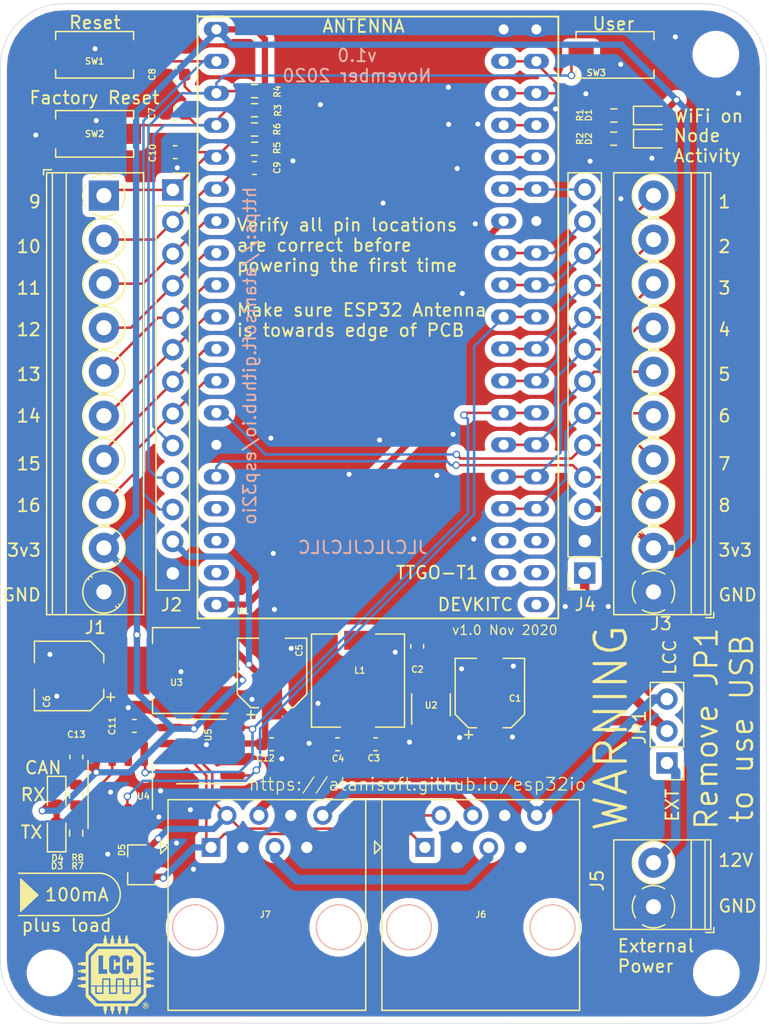
<source format=kicad_pcb>
(kicad_pcb (version 20171130) (host pcbnew 5.1.7)
  (title_block (title "ESP32 IO Board") (date 2020-11-19) (rev 1.0))
  (layers (0 F.Cu signal) (31 B.Cu signal) (34 B.Paste user) (35 F.Paste user) (36 B.SilkS user) (37 F.SilkS user) (38 B.Mask user) (39 F.Mask user) (44 Edge.Cuts user))
  (net 0 "")
  (net 1 GND)
  (net 2 VCC)
  (net 3 /5V-BST)
  (net 4 "Net-(C2-Pad1)")
  (net 5 +5V)
  (net 6 USER)
  (net 7 +3V3)
  (net 8 "Net-(D1-Pad1)")
  (net 9 "Net-(D2-Pad1)")
  (net 10 CAN-H)
  (net 11 CAN-L)
  (net 12 IO8)
  (net 13 IO7)
  (net 14 IO6)
  (net 15 IO5)
  (net 16 IO4)
  (net 17 IO3)
  (net 18 IO2)
  (net 19 IO1)
  (net 20 IO16)
  (net 21 IO15)
  (net 22 IO14)
  (net 23 IO13)
  (net 24 IO12)
  (net 25 IO11)
  (net 26 IO10)
  (net 27 IO9)
  (net 28 VDD)
  (net 29 VDDA)
  (net 30 ALT-A)
  (net 31 ALT-B)
  (net 32 CAN-RX)
  (net 33 CAN-TX)
  (net 34 ACTIVITY_LED)
  (net 35 I2C_SDA)
  (net 36 "Net-(U1-Pad3)")
  (net 37 "Net-(U1-Pad1)")
  (net 38 WIFI_LED)
  (net 39 I2C_SCL)
  (net 40 FACTORY_RESET)
  (net 41 "Net-(D3-Pad1)")
  (net 42 "Net-(D4-Pad1)")
  (net 43 RESET)
  (net 44 "Net-(U1-Pad5V)")
  (net 45 "Net-(R7-Pad1)")
  (net 46 "Net-(R8-Pad1)")
  (module Fiducial:Fiducial_0.5mm_Mask1mm (layer F.Cu) (at 163.69 127.65)
    (fp_text reference FID3 hide)
    (fp_text value Fiducial)
    (pad "" smd circle (at 0 0) (size 0.5 0.5) (layers F.Cu F.Mask) (clearance 0.25))
  )
  (module Fiducial:Fiducial_0.5mm_Mask1mm (layer F.Cu) (at 110.54 127.65)
    (fp_text reference FID2 hide)
    (fp_text value Fiducial)
    (pad "" smd circle (at 0 0) (size 0.5 0.5) (layers F.Cu F.Mask) (clearance 0.25))
  )
  (module Fiducial:Fiducial_0.5mm_Mask1mm (layer F.Cu) (at 163.61 49.92)
    (fp_text reference FID1 hide)
    (fp_text value Fiducial)
    (pad "" smd circle (at 0 0) (size 0.5 0.5) (layers F.Cu F.Mask) (clearance 0.25))
  )
  (module Connector_PinHeader_2.54mm:PinHeader_1x03_P2.54mm_Vertical (layer F.Cu) (at 159.72 108.61 180)
    (fp_text reference JP1 (at 2.195 2.835 90) (layer F.SilkS))
    (fp_text value "VCC SOURCE")
    (pad 3 thru_hole oval (at 0 5.08 180) (size 1.7 1.7) (drill 1) (layers *.Cu *.Mask) (net 29 VDDA))
    (pad 2 thru_hole oval (at 0 2.54 180) (size 1.7 1.7) (drill 1) (layers *.Cu *.Mask) (net 2 VCC))
    (pad 1 thru_hole rect (at 0 0 180) (size 1.7 1.7) (drill 1) (layers *.Cu *.Mask) (net 28 VDD))
  )
  (module Resistor_SMD:R_0603_1608Metric (layer F.Cu) (at 112.716 114.183 270)
    (fp_text reference R7 (at 2.615 -0.11) (layer F.SilkS) (effects (font (size 0.5 0.5) (thickness 0.1))))
    (fp_text value 160R)
    (pad 2 smd roundrect (at 0.825 0 270) (size 0.8 0.95) (layers F.Cu F.Paste F.Mask) (net 41 "Net-(D3-Pad1)"))
    (pad 1 smd roundrect (at -0.825 0 270) (size 0.8 0.95) (layers F.Cu F.Paste F.Mask) (net 45 "Net-(R7-Pad1)"))
  )
  (module LED_SMD:LED_0603_1608Metric (layer F.Cu) (at 111.16 114.183 90)
    (fp_text reference D3 (at -2.6125 0.03) (layer F.SilkS) (effects (font (size 0.5 0.5) (thickness 0.1))))
    (fp_text value "CAN TX")
    (pad 2 smd roundrect (at 0.7875 0 90) (size 0.875 0.95) (layers F.Cu F.Paste F.Mask) (net 7 +3V3))
    (pad 1 smd roundrect (at -0.7875 0 90) (size 0.875 0.95) (layers F.Cu F.Paste F.Mask) (net 41 "Net-(D3-Pad1)"))
  )
  (module Capacitor_SMD:C_0603_1608Metric (layer F.Cu) (at 112.73 108.13 270)
    (fp_text reference C13 (at -1.79 0 180) (layer F.SilkS) (effects (font (size 0.5 0.5) (thickness 0.1))))
    (fp_text value 100nF)
    (pad 2 smd roundrect (at 0.775 0 270) (size 0.9 0.95) (layers F.Cu F.Paste F.Mask) (net 7 +3V3))
    (pad 1 smd roundrect (at -0.775 0 270) (size 0.9 0.95) (layers F.Cu F.Paste F.Mask) (net 1 GND))
  )
  (module Resistor_SMD:R_0603_1608Metric (layer F.Cu) (at 126.905 58.26 180)
    (fp_text reference R6 (at -1.795 0.03 270) (layer F.SilkS) (effects (font (size 0.5 0.5) (thickness 0.1))))
    (fp_text value 10k)
    (pad 2 smd roundrect (at 0.825 0 180) (size 0.8 0.95) (layers F.Cu F.Paste F.Mask) (net 27 IO9))
    (pad 1 smd roundrect (at -0.825 0 180) (size 0.8 0.95) (layers F.Cu F.Paste F.Mask) (net 7 +3V3))
  )
  (module Resistor_SMD:R_0603_1608Metric (layer F.Cu) (at 126.905 59.79 180)
    (fp_text reference R5 (at -1.795 0.07 270) (layer F.SilkS) (effects (font (size 0.5 0.5) (thickness 0.1))))
    (fp_text value 10k)
    (pad 2 smd roundrect (at 0.825 0 180) (size 0.8 0.95) (layers F.Cu F.Paste F.Mask) (net 26 IO10))
    (pad 1 smd roundrect (at -0.825 0 180) (size 0.8 0.95) (layers F.Cu F.Paste F.Mask) (net 7 +3V3))
  )
  (module Capacitor_SMD:C_0603_1608Metric (layer F.Cu) (at 120.59 60.06)
    (fp_text reference C10 (at -1.795 0.07 270) (layer F.SilkS) (effects (font (size 0.5 0.5) (thickness 0.1))))
    (fp_text value 100nF)
    (pad 2 smd roundrect (at 0.775 0) (size 0.9 0.95) (layers F.Cu F.Paste F.Mask) (net 27 IO9))
    (pad 1 smd roundrect (at -0.775 0) (size 0.9 0.95) (layers F.Cu F.Paste F.Mask) (net 1 GND))
  )
  (module Capacitor_SMD:C_0603_1608Metric (layer F.Cu) (at 126.905 61.32 180)
    (fp_text reference C9 (at -1.795 0.02 270) (layer F.SilkS) (effects (font (size 0.5 0.5) (thickness 0.1))))
    (fp_text value 100nF)
    (pad 2 smd roundrect (at 0.775 0 180) (size 0.9 0.95) (layers F.Cu F.Paste F.Mask) (net 26 IO10))
    (pad 1 smd roundrect (at -0.775 0 180) (size 0.9 0.95) (layers F.Cu F.Paste F.Mask) (net 1 GND))
  )
  (module Components:lcc-logo-registered-medium (layer F.Cu) (at 115.91 125.41)
    (fp_text reference G*** hide)
    (fp_text value LOGO hide)
  )
  (module TerminalBlock_Phoenix:TerminalBlock_Phoenix_PT-1,5-2-3.5-H_1x02_P3.50mm_Horizontal (layer F.Cu) (at 158.65 120.03 90)
    (fp_text reference J5 (at 2.08 -4.48 270) (layer F.SilkS))
    (fp_text value "EXT POWER")
    (pad 2 thru_hole circle (at 3.5 0 90) (size 2.4 2.4) (drill 1.2) (layers *.Cu *.Mask) (net 28 VDD))
    (pad 1 thru_hole rect (at 0 0 90) (size 2.4 2.4) (drill 1.2) (layers *.Cu *.Mask) (net 1 GND))
  )
  (module Connector_PinSocket_2.54mm:PinSocket_1x13_P2.54mm_Vertical (layer F.Cu) (at 120.4 63.06)
    (fp_text reference J2 (at -0.1 32.98) (layer F.SilkS))
    (fp_text value LEFT-EXT)
    (pad 13 thru_hole oval (at 0 30.48) (size 1.7 1.7) (drill 1) (layers *.Cu *.Mask) (net 1 GND))
    (pad 12 thru_hole oval (at 0 27.94) (size 1.7 1.7) (drill 1) (layers *.Cu *.Mask) (net 5 +5V))
    (pad 11 thru_hole oval (at 0 25.4) (size 1.7 1.7) (drill 1) (layers *.Cu *.Mask) (net 43 RESET))
    (pad 10 thru_hole oval (at 0 22.86) (size 1.7 1.7) (drill 1) (layers *.Cu *.Mask) (net 6 USER))
    (pad 9 thru_hole oval (at 0 20.32) (size 1.7 1.7) (drill 1) (layers *.Cu *.Mask) (net 40 FACTORY_RESET))
    (pad 8 thru_hole oval (at 0 17.78) (size 1.7 1.7) (drill 1) (layers *.Cu *.Mask) (net 20 IO16))
    (pad 7 thru_hole oval (at 0 15.24) (size 1.7 1.7) (drill 1) (layers *.Cu *.Mask) (net 21 IO15))
    (pad 6 thru_hole oval (at 0 12.7) (size 1.7 1.7) (drill 1) (layers *.Cu *.Mask) (net 22 IO14))
    (pad 5 thru_hole oval (at 0 10.16) (size 1.7 1.7) (drill 1) (layers *.Cu *.Mask) (net 23 IO13))
    (pad 4 thru_hole oval (at 0 7.62) (size 1.7 1.7) (drill 1) (layers *.Cu *.Mask) (net 24 IO12))
    (pad 3 thru_hole oval (at 0 5.08) (size 1.7 1.7) (drill 1) (layers *.Cu *.Mask) (net 25 IO11))
    (pad 2 thru_hole oval (at 0 2.54) (size 1.7 1.7) (drill 1) (layers *.Cu *.Mask) (net 26 IO10))
    (pad 1 thru_hole rect (at 0 0) (size 1.7 1.7) (drill 1) (layers *.Cu *.Mask) (net 27 IO9))
  )
  (module Connector_PinSocket_2.54mm:PinSocket_1x13_P2.54mm_Vertical (layer F.Cu) (at 153.18 93.51 180)
    (fp_text reference J4 (at -0.05 -2.5) (layer F.SilkS))
    (fp_text value RIGHT-EXT)
    (pad 13 thru_hole oval (at 0 30.48 180) (size 1.7 1.7) (drill 1) (layers *.Cu *.Mask) (net 39 I2C_SCL))
    (pad 12 thru_hole oval (at 0 27.94 180) (size 1.7 1.7) (drill 1) (layers *.Cu *.Mask) (net 35 I2C_SDA))
    (pad 11 thru_hole oval (at 0 25.4 180) (size 1.7 1.7) (drill 1) (layers *.Cu *.Mask) (net 19 IO1))
    (pad 10 thru_hole oval (at 0 22.86 180) (size 1.7 1.7) (drill 1) (layers *.Cu *.Mask) (net 18 IO2))
    (pad 9 thru_hole oval (at 0 20.32 180) (size 1.7 1.7) (drill 1) (layers *.Cu *.Mask) (net 17 IO3))
    (pad 8 thru_hole oval (at 0 17.78 180) (size 1.7 1.7) (drill 1) (layers *.Cu *.Mask) (net 16 IO4))
    (pad 7 thru_hole oval (at 0 15.24 180) (size 1.7 1.7) (drill 1) (layers *.Cu *.Mask) (net 15 IO5))
    (pad 6 thru_hole oval (at 0 12.7 180) (size 1.7 1.7) (drill 1) (layers *.Cu *.Mask) (net 14 IO6))
    (pad 5 thru_hole oval (at 0 10.16 180) (size 1.7 1.7) (drill 1) (layers *.Cu *.Mask) (net 13 IO7))
    (pad 4 thru_hole oval (at 0 7.62 180) (size 1.7 1.7) (drill 1) (layers *.Cu *.Mask) (net 12 IO8))
    (pad 3 thru_hole oval (at 0 5.08 180) (size 1.7 1.7) (drill 1) (layers *.Cu *.Mask) (net 7 +3V3))
    (pad 2 thru_hole oval (at 0 2.54 180) (size 1.7 1.7) (drill 1) (layers *.Cu *.Mask) (net 1 GND))
    (pad 1 thru_hole rect (at 0 0 180) (size 1.7 1.7) (drill 1) (layers *.Cu *.Mask) (net 2 VCC))
  )
  (module MountingHole:MountingHole_2.7mm_M2.5 (layer F.Cu) (at 163.65 125.29)
    (fp_text reference H3 hide)
    (fp_text value MountingHole)
    (pad 1 np_thru_hole circle (at 0 0) (size 2.7 2.7) (drill 2.7) (layers *.Cu *.Mask))
  )
  (module MountingHole:MountingHole_2.7mm_M2.5 (layer F.Cu) (at 163.61 52.28)
    (fp_text reference H1 hide)
    (fp_text value MountingHole)
    (pad 1 np_thru_hole circle (at 0 0) (size 2.7 2.7) (drill 2.7) (layers *.Cu *.Mask))
  )
  (module MountingHole:MountingHole_2.7mm_M2.5 (layer F.Cu) (at 110.63 125.29)
    (fp_text reference H2 hide)
    (fp_text value MountingHole)
    (pad 1 np_thru_hole circle (at 0 0) (size 2.7 2.7) (drill 2.7) (layers *.Cu *.Mask))
  )
  (module Package_TO_SOT_SMD:SOT-223-3_TabPin2 (layer F.Cu) (at 120.7 101.26 180)
    (fp_text reference U3 (at 0 -0.954) (layer F.SilkS) (effects (font (size 0.5 0.5) (thickness 0.1))))
    (fp_text value AP2114-3.3)
    (pad 1 smd rect (at -3.15 -2.3 180) (size 2 1.5) (layers F.Cu F.Paste F.Mask) (net 1 GND))
    (pad 3 smd rect (at -3.15 2.3 180) (size 2 1.5) (layers F.Cu F.Paste F.Mask) (net 5 +5V))
    (pad 2 smd rect (at -3.15 0 180) (size 2 1.5) (layers F.Cu F.Paste F.Mask) (net 7 +3V3))
    (pad 2 smd rect (at 3.15 0 180) (size 2 3.8) (layers F.Cu F.Paste F.Mask) (net 7 +3V3))
  )
  (module Capacitor_SMD:CP_Elec_5x5.3 (layer F.Cu) (at 112.15 101.69 180)
    (fp_text reference C6 (at 1.778 -2.032 270) (layer F.SilkS) (effects (font (size 0.5 0.5) (thickness 0.1))))
    (fp_text value 10uF)
    (pad 2 smd roundrect (at 2.2 0 180) (size 3 1.6) (layers F.Cu F.Paste F.Mask) (roundrect_rratio 0.15625) (net 1 GND))
    (pad 1 smd roundrect (at -2.2 0 180) (size 3 1.6) (layers F.Cu F.Paste F.Mask) (roundrect_rratio 0.15625) (net 7 +3V3))
  )
  (module Capacitor_SMD:CP_Elec_5x5.3 (layer F.Cu) (at 128.3 101.45 90)
    (fp_text reference C5 (at 1.78 2.16 90) (layer F.SilkS) (effects (font (size 0.5 0.5) (thickness 0.1))))
    (fp_text value 10uF)
    (pad 2 smd roundrect (at 2.2 0 90) (size 3 1.6) (layers F.Cu F.Paste F.Mask) (roundrect_rratio 0.15625) (net 1 GND))
    (pad 1 smd roundrect (at -2.2 0 90) (size 3 1.6) (layers F.Cu F.Paste F.Mask) (roundrect_rratio 0.15625) (net 5 +5V))
  )
  (module Button_Switch_SMD:SW_SPST_EVQPE1 (layer F.Cu) (at 155.59 52.33)
    (fp_text reference SW3 (at -1.49 1.42) (layer F.SilkS) (effects (font (size 0.5 0.5) (thickness 0.1))))
    (fp_text value User (at -0.13 -2.47) (layer F.SilkS))
    (pad 1 smd rect (at -2.7 0) (size 2 1.6) (layers F.Cu F.Paste F.Mask) (net 6 USER))
    (pad 2 smd rect (at 2.7 0) (size 2 1.6) (layers F.Cu F.Paste F.Mask) (net 1 GND))
  )
  (module Button_Switch_SMD:SW_SPST_EVQPE1 (layer F.Cu) (at 114.182 58.604 180)
    (fp_text reference SW2 (at 0 0) (layer F.SilkS) (effects (font (size 0.5 0.5) (thickness 0.1))))
    (fp_text value "Factory Reset" (at 0.012 2.864) (layer F.SilkS))
    (pad 1 smd rect (at -2.7 0 180) (size 2 1.6) (layers F.Cu F.Paste F.Mask) (net 40 FACTORY_RESET))
    (pad 2 smd rect (at 2.7 0 180) (size 2 1.6) (layers F.Cu F.Paste F.Mask) (net 1 GND))
  )
  (module Button_Switch_SMD:SW_SPST_EVQPE1 (layer F.Cu) (at 114.182 52.324 180)
    (fp_text reference SW1 (at 0 -0.508) (layer F.SilkS) (effects (font (size 0.5 0.5) (thickness 0.1))))
    (fp_text value Reset (at -0.018 2.564) (layer F.SilkS))
    (pad 1 smd rect (at -2.7 0 180) (size 2 1.6) (layers F.Cu F.Paste F.Mask) (net 43 RESET))
    (pad 2 smd rect (at 2.7 0 180) (size 2 1.6) (layers F.Cu F.Paste F.Mask) (net 1 GND))
  )
  (module Resistor_SMD:R_0603_1608Metric (layer F.Cu) (at 155.485 58.99)
    (fp_text reference R2 (at -2.685 0.002 90) (layer F.SilkS) (effects (font (size 0.5 0.5) (thickness 0.1))))
    (fp_text value 160R)
    (pad 2 smd roundrect (at 0.825 0) (size 0.8 0.95) (layers F.Cu F.Paste F.Mask) (net 9 "Net-(D2-Pad1)"))
    (pad 1 smd roundrect (at -0.825 0) (size 0.8 0.95) (layers F.Cu F.Paste F.Mask) (net 34 ACTIVITY_LED))
  )
  (module Resistor_SMD:R_0603_1608Metric (layer F.Cu) (at 155.495 57.146)
    (fp_text reference R1 (at -2.695 -0.028 90) (layer F.SilkS) (effects (font (size 0.5 0.5) (thickness 0.1))))
    (fp_text value 160R)
    (pad 2 smd roundrect (at 0.825 0) (size 0.8 0.95) (layers F.Cu F.Paste F.Mask) (net 8 "Net-(D1-Pad1)"))
    (pad 1 smd roundrect (at -0.825 0) (size 0.8 0.95) (layers F.Cu F.Paste F.Mask) (net 38 WIFI_LED))
  )
  (module LED_SMD:LED_0603_1608Metric (layer F.Cu) (at 158.546 58.99)
    (fp_text reference D2 (at -5.056 0.002 90) (layer F.SilkS) (effects (font (size 0.5 0.5) (thickness 0.1))))
    (fp_text value Activity)
    (pad 2 smd roundrect (at 0.7875 0) (size 0.875 0.95) (layers F.Cu F.Paste F.Mask) (net 7 +3V3))
    (pad 1 smd roundrect (at -0.7875 0) (size 0.875 0.95) (layers F.Cu F.Paste F.Mask) (net 9 "Net-(D2-Pad1)"))
  )
  (module LED_SMD:LED_0603_1608Metric (layer F.Cu) (at 158.546 57.146)
    (fp_text reference D1 (at -5.056 -0.028 90) (layer F.SilkS) (effects (font (size 0.5 0.5) (thickness 0.1))))
    (fp_text value WiFi)
    (pad 2 smd roundrect (at 0.7875 0) (size 0.875 0.95) (layers F.Cu F.Paste F.Mask) (net 7 +3V3))
    (pad 1 smd roundrect (at -0.7875 0) (size 0.875 0.95) (layers F.Cu F.Paste F.Mask) (net 8 "Net-(D1-Pad1)"))
  )
  (module Connector_RJ:RJ45_OST_PJ012-8P8CX_Vertical (layer F.Cu) (at 123.444 115.316)
    (fp_text reference J7 (at 4.318 5.334) (layer F.SilkS) (effects (font (size 0.5 0.5) (thickness 0.1))))
    (fp_text value RJ45)
    (pad "" np_thru_hole circle (at 10.16 6.35) (size 3.65 3.65) (drill 3.45) (layers *.Cu *.SilkS *.Mask))
    (pad "" np_thru_hole circle (at -1.27 6.35) (size 3.65 3.65) (drill 3.45) (layers *.Cu *.SilkS *.Mask))
    (pad 1 thru_hole rect (at 0 0) (size 1.5 1.5) (drill 0.9) (layers *.Cu *.Mask) (net 10 CAN-H))
    (pad 2 thru_hole circle (at 1.27 -2.54) (size 1.5 1.5) (drill 0.9) (layers *.Cu *.Mask) (net 11 CAN-L))
    (pad 3 thru_hole circle (at 2.54 0) (size 1.5 1.5) (drill 0.9) (layers *.Cu *.Mask) (net 1 GND))
    (pad 4 thru_hole circle (at 3.81 -2.54) (size 1.5 1.5) (drill 0.9) (layers *.Cu *.Mask) (net 30 ALT-A))
    (pad 5 thru_hole circle (at 5.08 0) (size 1.5 1.5) (drill 0.9) (layers *.Cu *.Mask) (net 31 ALT-B))
    (pad 6 thru_hole circle (at 6.35 -2.54) (size 1.5 1.5) (drill 0.9) (layers *.Cu *.Mask) (net 1 GND))
    (pad 7 thru_hole circle (at 7.62 0) (size 1.5 1.5) (drill 0.9) (layers *.Cu *.Mask) (net 1 GND))
    (pad 8 thru_hole circle (at 8.89 -2.54) (size 1.5 1.5) (drill 0.9) (layers *.Cu *.Mask) (net 29 VDDA))
  )
  (module Connector_RJ:RJ45_OST_PJ012-8P8CX_Vertical (layer F.Cu) (at 140.462 115.316)
    (fp_text reference J6 (at 4.45 5.334) (layer F.SilkS) (effects (font (size 0.5 0.5) (thickness 0.1))))
    (fp_text value RJ45)
    (pad "" np_thru_hole circle (at 10.16 6.35) (size 3.65 3.65) (drill 3.45) (layers *.Cu *.SilkS *.Mask))
    (pad "" np_thru_hole circle (at -1.27 6.35) (size 3.65 3.65) (drill 3.45) (layers *.Cu *.SilkS *.Mask))
    (pad 1 thru_hole rect (at 0 0) (size 1.5 1.5) (drill 0.9) (layers *.Cu *.Mask) (net 10 CAN-H))
    (pad 2 thru_hole circle (at 1.27 -2.54) (size 1.5 1.5) (drill 0.9) (layers *.Cu *.Mask) (net 11 CAN-L))
    (pad 3 thru_hole circle (at 2.54 0) (size 1.5 1.5) (drill 0.9) (layers *.Cu *.Mask) (net 1 GND))
    (pad 4 thru_hole circle (at 3.81 -2.54) (size 1.5 1.5) (drill 0.9) (layers *.Cu *.Mask) (net 30 ALT-A))
    (pad 5 thru_hole circle (at 5.08 0) (size 1.5 1.5) (drill 0.9) (layers *.Cu *.Mask) (net 31 ALT-B))
    (pad 6 thru_hole circle (at 6.35 -2.54) (size 1.5 1.5) (drill 0.9) (layers *.Cu *.Mask) (net 1 GND))
    (pad 7 thru_hole circle (at 7.62 0) (size 1.5 1.5) (drill 0.9) (layers *.Cu *.Mask) (net 1 GND))
    (pad 8 thru_hole circle (at 8.89 -2.54) (size 1.5 1.5) (drill 0.9) (layers *.Cu *.Mask) (net 29 VDDA))
  )
  (module Package_SO:SOIC-8_3.9x4.9mm_P1.27mm (layer F.Cu) (at 122.682 107.696 180)
    (fp_text reference U5 (at -0.548 1.316 270) (layer F.SilkS) (effects (font (size 0.5 0.5) (thickness 0.1))))
    (fp_text value TJA1051T-3)
    (pad 8 smd roundrect (at 2.475 -1.905 180) (size 1.95 0.6) (layers F.Cu F.Paste F.Mask) (net 1 GND))
    (pad 7 smd roundrect (at 2.475 -0.635 180) (size 1.95 0.6) (layers F.Cu F.Paste F.Mask) (net 10 CAN-H))
    (pad 6 smd roundrect (at 2.475 0.635 180) (size 1.95 0.6) (layers F.Cu F.Paste F.Mask) (net 11 CAN-L))
    (pad 5 smd roundrect (at 2.475 1.905 180) (size 1.95 0.6) (layers F.Cu F.Paste F.Mask) (net 7 +3V3))
    (pad 4 smd roundrect (at -2.475 1.905 180) (size 1.95 0.6) (layers F.Cu F.Paste F.Mask) (net 32 CAN-RX))
    (pad 3 smd roundrect (at -2.475 0.635 180) (size 1.95 0.6) (layers F.Cu F.Paste F.Mask) (net 5 +5V))
    (pad 2 smd roundrect (at -2.475 -0.635 180) (size 1.95 0.6) (layers F.Cu F.Paste F.Mask) (net 1 GND))
    (pad 1 smd roundrect (at -2.475 -1.905 180) (size 1.95 0.6) (layers F.Cu F.Paste F.Mask) (net 33 CAN-TX))
  )
  (module Package_SO:SOIC-8_3.9x4.9mm_P1.27mm (layer F.Cu) (at 116.22 110.35 90)
    (fp_text reference U4 (at -0.9 1.85 180) (layer F.SilkS) (effects (font (size 0.5 0.5) (thickness 0.1))))
    (fp_text value LM358)
    (pad 8 smd roundrect (at 2.475 -1.905 90) (size 1.95 0.6) (layers F.Cu F.Paste F.Mask) (net 7 +3V3))
    (pad 7 smd roundrect (at 2.475 -0.635 90) (size 1.95 0.6) (layers F.Cu F.Paste F.Mask) (net 46 "Net-(R8-Pad1)"))
    (pad 6 smd roundrect (at 2.475 0.635 90) (size 1.95 0.6) (layers F.Cu F.Paste F.Mask) (net 46 "Net-(R8-Pad1)"))
    (pad 5 smd roundrect (at 2.475 1.905 90) (size 1.95 0.6) (layers F.Cu F.Paste F.Mask) (net 32 CAN-RX))
    (pad 4 smd roundrect (at -2.475 1.905 90) (size 1.95 0.6) (layers F.Cu F.Paste F.Mask) (net 1 GND))
    (pad 3 smd roundrect (at -2.475 0.635 90) (size 1.95 0.6) (layers F.Cu F.Paste F.Mask) (net 33 CAN-TX))
    (pad 2 smd roundrect (at -2.475 -0.635 90) (size 1.95 0.6) (layers F.Cu F.Paste F.Mask) (net 45 "Net-(R7-Pad1)"))
    (pad 1 smd roundrect (at -2.475 -1.905 90) (size 1.95 0.6) (layers F.Cu F.Paste F.Mask) (net 45 "Net-(R7-Pad1)"))
  )
  (module Package_TO_SOT_SMD:TSOT-23-6 (layer F.Cu) (at 140.92 103.98 90)
    (fp_text reference U2 (at -0.04 0.04) (layer F.SilkS) (effects (font (size 0.5 0.5) (thickness 0.1))))
    (fp_text value AP63205WU)
    (pad 6 smd rect (at 1.31 -0.95 90) (size 1.22 0.65) (layers F.Cu F.Paste F.Mask) (net 3 /5V-BST))
    (pad 5 smd rect (at 1.31 0 90) (size 1.22 0.65) (layers F.Cu F.Paste F.Mask) (net 4 "Net-(C2-Pad1)"))
    (pad 4 smd rect (at 1.31 0.95 90) (size 1.22 0.65) (layers F.Cu F.Paste F.Mask) (net 1 GND))
    (pad 3 smd rect (at -1.31 0.95 90) (size 1.22 0.65) (layers F.Cu F.Paste F.Mask) (net 2 VCC))
    (pad 2 smd rect (at -1.31 0 90) (size 1.22 0.65) (layers F.Cu F.Paste F.Mask) (net 2 VCC))
    (pad 1 smd rect (at -1.31 -0.95 90) (size 1.22 0.65) (layers F.Cu F.Paste F.Mask) (net 5 +5V))
  )
  (module Components:TTGO-T1-DEVKIT-C (layer F.Cu) (at 137.87 73.16 90)
    (fp_text reference U1 (at -23.36 -11.886 180) (layer F.SilkS) (effects (font (size 0.5 0.5) (thickness 0.1))))
    (fp_text value ESP32-Module hide)
    (fp_text user TTGO-T1 (at -20.32 3.556 180) (layer F.SilkS))
    (fp_text user DEVKITC (at -22.86 6.604 180) (layer F.SilkS))
    (fp_text user ANTENNA (at 23.114 -2.286 180) (layer F.SilkS))
    (pad 5V thru_hole oval (at -22.86 -14 90) (size 1.2 2) (drill 0.8) (layers *.Cu *.Mask) (net 44 "Net-(U1-Pad5V)"))
    (pad 6 thru_hole oval (at -22.86 11.46 90) (size 1.2 2) (drill 0.8) (layers *.Cu *.Mask))
    (pad 11 thru_hole oval (at -20.32 -14 90) (size 1.2 2) (drill 0.8) (layers *.Cu *.Mask))
    (pad 7 thru_hole oval (at -20.32 11.46 90) (size 1.2 2) (drill 0.8) (layers *.Cu *.Mask))
    (pad 10 thru_hole oval (at -17.78 -14 90) (size 1.2 2) (drill 0.8) (layers *.Cu *.Mask))
    (pad 8 thru_hole oval (at -17.78 11.46 90) (size 1.2 2) (drill 0.8) (layers *.Cu *.Mask))
    (pad 9 thru_hole oval (at -15.24 -14 90) (size 1.2 2) (drill 0.8) (layers *.Cu *.Mask))
    (pad 15 thru_hole oval (at -15.24 11.46 90) (size 1.2 2) (drill 0.8) (layers *.Cu *.Mask) (net 14 IO6))
    (pad 13 thru_hole oval (at -12.7 -14 90) (size 1.2 2) (drill 0.8) (layers *.Cu *.Mask) (net 12 IO8))
    (pad 2 thru_hole oval (at -12.7 11.46 90) (size 1.2 2) (drill 0.8) (layers *.Cu *.Mask) (net 15 IO5))
    (pad GND thru_hole oval (at -10.16 -14 90) (size 1.2 2) (drill 0.8) (layers *.Cu *.Mask) (net 1 GND))
    (pad 0 thru_hole oval (at -10.16 11.46 90) (size 1.2 2) (drill 0.8) (layers *.Cu *.Mask) (net 16 IO4))
    (pad 12 thru_hole oval (at -7.62 -14 90) (size 1.2 2) (drill 0.8) (layers *.Cu *.Mask) (net 13 IO7))
    (pad 4 thru_hole oval (at -7.62 11.46 90) (size 1.2 2) (drill 0.8) (layers *.Cu *.Mask) (net 32 CAN-RX))
    (pad 14 thru_hole oval (at -5.08 -14 90) (size 1.2 2) (drill 0.8) (layers *.Cu *.Mask) (net 20 IO16))
    (pad 16 thru_hole oval (at -5.08 11.46 90) (size 1.2 2) (drill 0.8) (layers *.Cu *.Mask) (net 17 IO3))
    (pad 27 thru_hole oval (at -2.54 -14 90) (size 1.2 2) (drill 0.8) (layers *.Cu *.Mask) (net 21 IO15))
    (pad 17 thru_hole oval (at -2.54 11.46 90) (size 1.2 2) (drill 0.8) (layers *.Cu *.Mask) (net 18 IO2))
    (pad 26 thru_hole oval (at 0 -14 90) (size 1.2 2) (drill 0.8) (layers *.Cu *.Mask) (net 22 IO14))
    (pad 5 thru_hole oval (at 0 11.46 90) (size 1.2 2) (drill 0.8) (layers *.Cu *.Mask) (net 33 CAN-TX))
    (pad 25 thru_hole oval (at 2.54 -14 90) (size 1.2 2) (drill 0.8) (layers *.Cu *.Mask) (net 23 IO13))
    (pad 18 thru_hole oval (at 2.54 11.46 90) (size 1.2 2) (drill 0.8) (layers *.Cu *.Mask) (net 19 IO1))
    (pad 33 thru_hole oval (at 5.08 -14 90) (size 1.2 2) (drill 0.8) (layers *.Cu *.Mask) (net 24 IO12))
    (pad 19 thru_hole oval (at 5.08 11.46 90) (size 1.2 2) (drill 0.8) (layers *.Cu *.Mask) (net 35 I2C_SDA))
    (pad 32 thru_hole oval (at 7.62 -14 90) (size 1.2 2) (drill 0.8) (layers *.Cu *.Mask) (net 25 IO11))
    (pad GND thru_hole oval (at 7.62 11.46 90) (size 1.2 2) (drill 0.8) (layers *.Cu *.Mask) (net 1 GND))
    (pad 35 thru_hole oval (at 10.16 -14 90) (size 1.2 2) (drill 0.8) (layers *.Cu *.Mask) (net 26 IO10))
    (pad 21 thru_hole oval (at 10.16 11.46 90) (size 1.2 2) (drill 0.8) (layers *.Cu *.Mask) (net 39 I2C_SCL))
    (pad 34 thru_hole oval (at 12.7 -14 90) (size 1.2 2) (drill 0.8) (layers *.Cu *.Mask) (net 27 IO9))
    (pad 3 thru_hole oval (at 12.7 11.46 90) (size 1.2 2) (drill 0.8) (layers *.Cu *.Mask) (net 36 "Net-(U1-Pad3)"))
    (pad 39 thru_hole oval (at 15.24 -14 90) (size 1.2 2) (drill 0.8) (layers *.Cu *.Mask) (net 40 FACTORY_RESET))
    (pad 1 thru_hole oval (at 15.24 11.46 90) (size 1.2 2) (drill 0.8) (layers *.Cu *.Mask) (net 37 "Net-(U1-Pad1)"))
    (pad 36 thru_hole oval (at 17.78 -14 90) (size 1.2 2) (drill 0.8) (layers *.Cu *.Mask) (net 6 USER))
    (pad 22 thru_hole oval (at 17.78 11.46 90) (size 1.2 2) (drill 0.8) (layers *.Cu *.Mask) (net 34 ACTIVITY_LED))
    (pad EN thru_hole oval (at 20.32 -14 90) (size 1.2 2) (drill 0.8) (layers *.Cu *.Mask) (net 43 RESET))
    (pad 23 thru_hole oval (at 20.32 11.46 90) (size 1.2 2) (drill 0.8) (layers *.Cu *.Mask) (net 38 WIFI_LED))
    (pad 3v3 thru_hole oval (at 22.86 -14 90) (size 1.2 2) (drill 0.8) (layers *.Cu *.Mask) (net 7 +3V3))
    (pad GND thru_hole oval (at 22.86 11.46 90) (size 1.2 2) (drill 0.8) (layers *.Cu *.Mask) (net 1 GND))
    (pad 7 thru_hole oval (at -20.32 8.86 90) (size 1.2 2) (drill 0.8) (layers *.Cu *.Mask))
    (pad 8 thru_hole oval (at -17.78 8.86 90) (size 1.2 2) (drill 0.8) (layers *.Cu *.Mask))
    (pad 15 thru_hole oval (at -15.24 8.86 90) (size 1.2 2) (drill 0.8) (layers *.Cu *.Mask) (net 14 IO6))
    (pad 2 thru_hole oval (at -12.7 8.86 90) (size 1.2 2) (drill 0.8) (layers *.Cu *.Mask) (net 15 IO5))
    (pad 0 thru_hole oval (at -10.16 8.86 90) (size 1.2 2) (drill 0.8) (layers *.Cu *.Mask) (net 16 IO4))
    (pad 4 thru_hole oval (at -7.62 8.86 90) (size 1.2 2) (drill 0.8) (layers *.Cu *.Mask) (net 32 CAN-RX))
    (pad 16 thru_hole oval (at -5.08 8.86 90) (size 1.2 2) (drill 0.8) (layers *.Cu *.Mask) (net 17 IO3))
    (pad 17 thru_hole oval (at -2.54 8.86 90) (size 1.2 2) (drill 0.8) (layers *.Cu *.Mask) (net 18 IO2))
    (pad 5 thru_hole oval (at 0 8.86 90) (size 1.2 2) (drill 0.8) (layers *.Cu *.Mask) (net 33 CAN-TX))
    (pad 18 thru_hole oval (at 2.54 8.86 90) (size 1.2 2) (drill 0.8) (layers *.Cu *.Mask) (net 19 IO1))
    (pad 19 thru_hole oval (at 5.08 8.86 90) (size 1.2 2) (drill 0.8) (layers *.Cu *.Mask) (net 35 I2C_SDA))
    (pad 5V thru_hole oval (at 7.62 8.86 90) (size 1.2 2) (drill 0.8) (layers *.Cu *.Mask) (net 44 "Net-(U1-Pad5V)"))
    (pad 21 thru_hole oval (at 10.16 8.86 90) (size 1.2 2) (drill 0.8) (layers *.Cu *.Mask) (net 39 I2C_SCL))
    (pad 3 thru_hole oval (at 12.7 8.86 90) (size 1.2 2) (drill 0.8) (layers *.Cu *.Mask) (net 36 "Net-(U1-Pad3)"))
    (pad 1 thru_hole oval (at 15.24 8.86 90) (size 1.2 2) (drill 0.8) (layers *.Cu *.Mask) (net 37 "Net-(U1-Pad1)"))
    (pad 22 thru_hole oval (at 17.78 8.86 90) (size 1.2 2) (drill 0.8) (layers *.Cu *.Mask) (net 34 ACTIVITY_LED))
    (pad 23 thru_hole oval (at 20.32 8.86 90) (size 1.2 2) (drill 0.8) (layers *.Cu *.Mask) (net 38 WIFI_LED))
    (pad GND thru_hole oval (at 22.86 8.86 90) (size 1.2 2) (drill 0.8) (layers *.Cu *.Mask) (net 1 GND))
  )
  (module Resistor_SMD:R_0603_1608Metric (layer F.Cu) (at 112.716 111.155 90)
    (fp_text reference R8 (at -4.975 0.11) (layer F.SilkS) (effects (font (size 0.5 0.5) (thickness 0.1))))
    (fp_text value 160R)
    (pad 2 smd roundrect (at 0.825 0 90) (size 0.8 0.95) (layers F.Cu F.Paste F.Mask) (net 42 "Net-(D4-Pad1)"))
    (pad 1 smd roundrect (at -0.825 0 90) (size 0.8 0.95) (layers F.Cu F.Paste F.Mask) (net 46 "Net-(R8-Pad1)"))
  )
  (module Resistor_SMD:R_0603_1608Metric (layer F.Cu) (at 126.905 55.21 180)
    (fp_text reference R4 (at -1.815 -0.028 90) (layer F.SilkS) (effects (font (size 0.5 0.5) (thickness 0.1))))
    (fp_text value 10k)
    (pad 2 smd roundrect (at 0.825 0 180) (size 0.8 0.95) (layers F.Cu F.Paste F.Mask) (net 6 USER))
    (pad 1 smd roundrect (at -0.825 0 180) (size 0.8 0.95) (layers F.Cu F.Paste F.Mask) (net 7 +3V3))
  )
  (module Resistor_SMD:R_0603_1608Metric (layer F.Cu) (at 126.905 56.73 180)
    (fp_text reference R3 (at -1.86 -0.02 270) (layer F.SilkS) (effects (font (size 0.5 0.5) (thickness 0.1))))
    (fp_text value 10k)
    (pad 2 smd roundrect (at 0.825 0 180) (size 0.8 0.95) (layers F.Cu F.Paste F.Mask) (net 40 FACTORY_RESET))
    (pad 1 smd roundrect (at -0.825 0 180) (size 0.8 0.95) (layers F.Cu F.Paste F.Mask) (net 7 +3V3))
  )
  (module Inductor_SMD:L_7.3x7.3_H4.5 (layer F.Cu) (at 135.14 102.06 270)
    (fp_text reference L1 (at -0.812 -0.144 180) (layer F.SilkS) (effects (font (size 0.5 0.5) (thickness 0.1))))
    (fp_text value 4.7uH)
    (pad 2 smd rect (at 3.2 0 270) (size 1.5 2.2) (layers F.Cu F.Paste F.Mask) (net 5 +5V))
    (pad 1 smd rect (at -3.2 0 270) (size 1.5 2.2) (layers F.Cu F.Paste F.Mask) (net 4 "Net-(C2-Pad1)"))
  )
  (module TerminalBlock_Phoenix:TerminalBlock_Phoenix_PT-1,5-10-3.5-H_1x10_P3.50mm_Horizontal (layer F.Cu) (at 114.92 63.51 270)
    (fp_text reference J1 (at 34.33 0.68 180) (layer F.SilkS))
    (fp_text value LEFT)
    (pad 10 thru_hole circle (at 31.5 0 270) (size 2.4 2.4) (drill 1.2) (layers *.Cu *.Mask) (net 1 GND))
    (pad 9 thru_hole circle (at 28 0 270) (size 2.4 2.4) (drill 1.2) (layers *.Cu *.Mask) (net 7 +3V3))
    (pad 8 thru_hole circle (at 24.5 0 270) (size 2.4 2.4) (drill 1.2) (layers *.Cu *.Mask) (net 20 IO16))
    (pad 7 thru_hole circle (at 21 0 270) (size 2.4 2.4) (drill 1.2) (layers *.Cu *.Mask) (net 21 IO15))
    (pad 6 thru_hole circle (at 17.5 0 270) (size 2.4 2.4) (drill 1.2) (layers *.Cu *.Mask) (net 22 IO14))
    (pad 5 thru_hole circle (at 14 0 270) (size 2.4 2.4) (drill 1.2) (layers *.Cu *.Mask) (net 23 IO13))
    (pad 4 thru_hole circle (at 10.5 0 270) (size 2.4 2.4) (drill 1.2) (layers *.Cu *.Mask) (net 24 IO12))
    (pad 3 thru_hole circle (at 7 0 270) (size 2.4 2.4) (drill 1.2) (layers *.Cu *.Mask) (net 25 IO11))
    (pad 2 thru_hole circle (at 3.5 0 270) (size 2.4 2.4) (drill 1.2) (layers *.Cu *.Mask) (net 26 IO10))
    (pad 1 thru_hole rect (at 0 0 270) (size 2.4 2.4) (drill 1.2) (layers *.Cu *.Mask) (net 27 IO9))
  )
  (module TerminalBlock_Phoenix:TerminalBlock_Phoenix_PT-1,5-10-3.5-H_1x10_P3.50mm_Horizontal (layer F.Cu) (at 158.65 95.01 90)
    (fp_text reference J3 (at -2.526 0.608) (layer F.SilkS))
    (fp_text value RIGHT)
    (pad 10 thru_hole circle (at 31.5 0 90) (size 2.4 2.4) (drill 1.2) (layers *.Cu *.Mask) (net 19 IO1))
    (pad 9 thru_hole circle (at 28 0 90) (size 2.4 2.4) (drill 1.2) (layers *.Cu *.Mask) (net 18 IO2))
    (pad 8 thru_hole circle (at 24.5 0 90) (size 2.4 2.4) (drill 1.2) (layers *.Cu *.Mask) (net 17 IO3))
    (pad 7 thru_hole circle (at 21 0 90) (size 2.4 2.4) (drill 1.2) (layers *.Cu *.Mask) (net 16 IO4))
    (pad 6 thru_hole circle (at 17.5 0 90) (size 2.4 2.4) (drill 1.2) (layers *.Cu *.Mask) (net 15 IO5))
    (pad 5 thru_hole circle (at 14 0 90) (size 2.4 2.4) (drill 1.2) (layers *.Cu *.Mask) (net 14 IO6))
    (pad 4 thru_hole circle (at 10.5 0 90) (size 2.4 2.4) (drill 1.2) (layers *.Cu *.Mask) (net 13 IO7))
    (pad 3 thru_hole circle (at 7 0 90) (size 2.4 2.4) (drill 1.2) (layers *.Cu *.Mask) (net 12 IO8))
    (pad 2 thru_hole circle (at 3.5 0 90) (size 2.4 2.4) (drill 1.2) (layers *.Cu *.Mask) (net 7 +3V3))
    (pad 1 thru_hole rect (at 0 0 90) (size 2.4 2.4) (drill 1.2) (layers *.Cu *.Mask) (net 1 GND))
  )
  (module Package_TO_SOT_SMD:SOT-23 (layer F.Cu) (at 117.575 116.7 180)
    (fp_text reference D5 (at 1.225 1.175 90) (layer F.SilkS) (effects (font (size 0.5 0.5) (thickness 0.1))))
    (fp_text value NUP2105L)
    (pad 3 smd rect (at 1 0 180) (size 0.9 0.8) (layers F.Cu F.Paste F.Mask) (net 1 GND))
    (pad 2 smd rect (at -1 0.95 180) (size 0.9 0.8) (layers F.Cu F.Paste F.Mask) (net 11 CAN-L))
    (pad 1 smd rect (at -1 -0.95 180) (size 0.9 0.8) (layers F.Cu F.Paste F.Mask) (net 10 CAN-H))
  )
  (module LED_SMD:LED_0603_1608Metric (layer F.Cu) (at 111.16 111.155 270)
    (fp_text reference D4 (at 5.0175 -0.07) (layer F.SilkS) (effects (font (size 0.5 0.5) (thickness 0.1))))
    (fp_text value "CAN RX")
    (pad 2 smd roundrect (at 0.7875 0 270) (size 0.875 0.95) (layers F.Cu F.Paste F.Mask) (net 7 +3V3))
    (pad 1 smd roundrect (at -0.7875 0 270) (size 0.875 0.95) (layers F.Cu F.Paste F.Mask) (net 42 "Net-(D4-Pad1)"))
  )
  (module Capacitor_SMD:C_0603_1608Metric (layer F.Cu) (at 128.27 107.12)
    (fp_text reference C12 (at -0.495 1.105 180) (layer F.SilkS) (effects (font (size 0.5 0.5) (thickness 0.1))))
    (fp_text value 100nF)
    (pad 2 smd roundrect (at 0.775 0) (size 0.9 0.95) (layers F.Cu F.Paste F.Mask) (net 1 GND))
    (pad 1 smd roundrect (at -0.775 0) (size 0.9 0.95) (layers F.Cu F.Paste F.Mask) (net 5 +5V))
  )
  (module Capacitor_SMD:C_0603_1608Metric (layer F.Cu) (at 117.348 105.664 180)
    (fp_text reference C11 (at 1.778 0 90) (layer F.SilkS) (effects (font (size 0.5 0.5) (thickness 0.1))))
    (fp_text value 100nF)
    (pad 2 smd roundrect (at 0.775 0 180) (size 0.9 0.95) (layers F.Cu F.Paste F.Mask) (net 1 GND))
    (pad 1 smd roundrect (at -0.775 0 180) (size 0.9 0.95) (layers F.Cu F.Paste F.Mask) (net 7 +3V3))
  )
  (module Capacitor_SMD:C_0603_1608Metric (layer F.Cu) (at 120.575 53.9)
    (fp_text reference C8 (at -1.815 -0.012 90) (layer F.SilkS) (effects (font (size 0.5 0.5) (thickness 0.1))))
    (fp_text value 100nF)
    (pad 2 smd roundrect (at 0.775 0) (size 0.9 0.95) (layers F.Cu F.Paste F.Mask) (net 6 USER))
    (pad 1 smd roundrect (at -0.775 0) (size 0.9 0.95) (layers F.Cu F.Paste F.Mask) (net 1 GND))
  )
  (module Capacitor_SMD:C_0603_1608Metric (layer F.Cu) (at 120.605 57)
    (fp_text reference C7 (at -1.86 -0.004 270) (layer F.SilkS) (effects (font (size 0.5 0.5) (thickness 0.1))))
    (fp_text value 100nF)
    (pad 2 smd roundrect (at 0.775 0) (size 0.9 0.95) (layers F.Cu F.Paste F.Mask) (net 40 FACTORY_RESET))
    (pad 1 smd roundrect (at -0.775 0) (size 0.9 0.95) (layers F.Cu F.Paste F.Mask) (net 1 GND))
  )
  (module Capacitor_SMD:C_0603_1608Metric (layer F.Cu) (at 133.505 107.12 180)
    (fp_text reference C4 (at -0.045 -1.13 180) (layer F.SilkS) (effects (font (size 0.5 0.5) (thickness 0.1))))
    (fp_text value 22uF)
    (pad 2 smd roundrect (at 0.775 0 180) (size 0.9 0.95) (layers F.Cu F.Paste F.Mask) (net 1 GND))
    (pad 1 smd roundrect (at -0.775 0 180) (size 0.9 0.95) (layers F.Cu F.Paste F.Mask) (net 5 +5V))
  )
  (module Capacitor_SMD:C_0603_1608Metric (layer F.Cu) (at 136.531 107.12 180)
    (fp_text reference C3 (at 0.131 -1.105 180) (layer F.SilkS) (effects (font (size 0.5 0.5) (thickness 0.1))))
    (fp_text value 22uF)
    (pad 2 smd roundrect (at 0.775 0 180) (size 0.9 0.95) (layers F.Cu F.Paste F.Mask) (net 5 +5V))
    (pad 1 smd roundrect (at -0.775 0 180) (size 0.9 0.95) (layers F.Cu F.Paste F.Mask) (net 1 GND))
  )
  (module Capacitor_SMD:C_0603_1608Metric (layer F.Cu) (at 139.85 99.34 270)
    (fp_text reference C2 (at 1.83 -0.02) (layer F.SilkS) (effects (font (size 0.5 0.5) (thickness 0.1))))
    (fp_text value 100nF)
    (pad 2 smd roundrect (at 0.775 0 270) (size 0.9 0.95) (layers F.Cu F.Paste F.Mask) (net 3 /5V-BST))
    (pad 1 smd roundrect (at -0.775 0 270) (size 0.9 0.95) (layers F.Cu F.Paste F.Mask) (net 4 "Net-(C2-Pad1)"))
  )
  (module Capacitor_SMD:CP_Elec_5x5.3 (layer F.Cu) (at 145.63 103.05 90)
    (fp_text reference C1 (at -0.42 2.01 180) (layer F.SilkS) (effects (font (size 0.5 0.5) (thickness 0.1))))
    (fp_text value 10uF)
    (pad 2 smd roundrect (at 2.2 0 90) (size 3 1.6) (layers F.Cu F.Paste F.Mask) (roundrect_rratio 0.15625) (net 1 GND))
    (pad 1 smd roundrect (at -2.2 0 90) (size 3 1.6) (layers F.Cu F.Paste F.Mask) (roundrect_rratio 0.15625) (net 2 VCC))
  )
  (gr_text "Make sure ESP32 Antenna\nis towards edge of PCB" (at 125.41 73.41) (layer F.SilkS) (effects (font (size 1 1)) (justify left)))
  (gr_text JLCJLCJLCJLC (at 135.51 91.47) (layer B.SilkS) (effects (font (size 1 1)) (justify mirror)))
  (gr_text https://atanisoft.github.io/esp32io (at 126.53 76.24 90) (layer B.SilkS) (effects (font (size 1 1)) (justify mirror)))
  (gr_text "v1.0\nNovember 2020" (at 135.06 53.18) (layer B.SilkS) (effects (font (size 1 1)) (justify mirror)))
  (gr_text "v1.0 Nov 2020" (at 142.56 98.05) (layer F.SilkS) (effects (font (size 0.75 0.75) (thickness 0.1)) (justify left)))
  (gr_text https://atanisoft.github.io/esp32io (at 126.375 110.3) (layer F.SilkS) (effects (font (size 1 1) (thickness 0.1)) (justify left)))
  (gr_text "Remove JP1\nto use USB" (at 164.275 105.875 90) (layer F.SilkS) (effects (font (size 1.75 1.75) (thickness 0.2))))
  (gr_text "plus load" (at 111.956 121.504) (layer F.SilkS) (effects (font (size 1 1))))
  (gr_text EXT (at 160.15 111.96 90) (layer F.SilkS) (effects (font (size 1 1))))
  (gr_text LCC (at 159.94 100.2 90) (layer F.SilkS) (effects (font (size 1 1))))
  (gr_poly (pts (xy 109.676 119.104) (xy 108.296 120.404) (xy 108.296 117.824)) (layer F.SilkS) (width 0.1))
  (gr_line (start 114.465694 117.374012) (end 108.136 117.374) (layer F.SilkS) (width 0.12))
  (gr_line (start 114.585999 120.733999) (end 108.136 120.734) (layer F.SilkS) (width 0.12))
  (gr_arc (start 114.526 119.054) (end 114.585999 120.733999) (angle -180.0104803) (layer F.SilkS) (width 0.12))
  (gr_text 100mA (at 112.766 119.084) (layer F.SilkS) (effects (font (size 1 1))))
  (gr_text WARNING (at 155.275 97.45 90) (layer F.SilkS) (effects (font (size 2.5 2.5) (thickness 0.25)) (justify right)))
  (gr_text "Verify all pin locations\nare correct before\npowering the first time" (at 125.41 67.45) (layer F.SilkS) (effects (font (size 1 1)) (justify left)))
  (gr_text CAN (at 110.09 108.99) (layer F.SilkS) (effects (font (size 1 1))))
  (gr_text GND (at 163.722381 119.98) (layer F.SilkS) (effects (font (size 1 1)) (justify left)))
  (gr_text GND (at 163.722381 95.25) (layer F.SilkS) (effects (font (size 1 1)) (justify left)))
  (gr_text 4 (at 163.722381 74.168) (layer F.SilkS) (effects (font (size 1 1)) (justify left)))
  (gr_text 2 (at 163.722381 67.564) (layer F.SilkS) (effects (font (size 1 1)) (justify left)))
  (gr_text 1 (at 163.722381 64.008) (layer F.SilkS) (effects (font (size 1 1)) (justify left)))
  (gr_text 3v3 (at 163.722381 91.694) (layer F.SilkS) (effects (font (size 1 1)) (justify left)))
  (gr_text 5 (at 163.722381 77.724) (layer F.SilkS) (effects (font (size 1 1)) (justify left)))
  (gr_text 8 (at 163.722381 88.138) (layer F.SilkS) (effects (font (size 1 1)) (justify left)))
  (gr_text 7 (at 163.722381 84.836) (layer F.SilkS) (effects (font (size 1 1)) (justify left)))
  (gr_text 6 (at 163.722381 81.026) (layer F.SilkS) (effects (font (size 1 1)) (justify left)))
  (gr_text 3 (at 163.722381 70.866) (layer F.SilkS) (effects (font (size 1 1)) (justify left)))
  (gr_text GND (at 109.994381 95.25) (layer F.SilkS) (effects (font (size 1 1)) (justify right)))
  (gr_text 3v3 (at 109.994381 91.694) (layer F.SilkS) (effects (font (size 1 1)) (justify right)))
  (gr_text 16 (at 109.994381 88.138) (layer F.SilkS) (effects (font (size 1 1)) (justify right)))
  (gr_text 15 (at 109.994381 84.836) (layer F.SilkS) (effects (font (size 1 1)) (justify right)))
  (gr_text 14 (at 109.994381 81.026) (layer F.SilkS) (effects (font (size 1 1)) (justify right)))
  (gr_text 13 (at 109.994381 77.724) (layer F.SilkS) (effects (font (size 1 1)) (justify right)))
  (gr_text 12 (at 109.994381 74.168) (layer F.SilkS) (effects (font (size 1 1)) (justify right)))
  (gr_text 11 (at 109.994381 70.866) (layer F.SilkS) (effects (font (size 1 1)) (justify right)))
  (gr_text 10 (at 109.994381 67.564) (layer F.SilkS) (effects (font (size 1 1)) (justify right)))
  (gr_text 9 (at 109.994381 64.008) (layer F.SilkS) (effects (font (size 1 1)) (justify right)))
  (gr_text "Node\nActivity" (at 160.16 59.55) (layer F.SilkS) (effects (font (size 1 1)) (justify left)))
  (gr_text "WiFi on" (at 160.16 57.19) (layer F.SilkS) (effects (font (size 1 1)) (justify left)))
  (gr_text "External\nPower" (at 155.702 123.952) (layer F.SilkS) (effects (font (size 1 1)) (justify left)))
  (gr_text 12V (at 163.722381 116.34) (layer F.SilkS) (effects (font (size 1 1)) (justify left)))
  (gr_text TX (at 109.160953 114.11) (layer F.SilkS) (effects (font (size 1 1))))
  (gr_text RX (at 109.28 111.13) (layer F.SilkS) (effects (font (size 1 1))))
  (gr_line (start 167.65 124.29) (end 167.639998 53.24004) (layer Edge.Cuts) (width 0.05))
  (gr_line (start 111.69 129.28) (end 162.65 129.29) (layer Edge.Cuts) (width 0.05))
  (gr_line (start 106.68 53.26) (end 106.678069 124.290004) (layer Edge.Cuts) (width 0.05))
  (gr_line (start 162.64 48.26) (end 111.68 48.26) (layer Edge.Cuts) (width 0.05))
  (gr_arc (start 111.68 53.26) (end 111.68 48.26) (angle -90) (layer Edge.Cuts) (width 0.05))
  (gr_arc (start 162.65 124.29) (end 162.65 129.29) (angle -90) (layer Edge.Cuts) (width 0.05))
  (gr_arc (start 111.678068 124.280005) (end 106.678069 124.290004) (angle -90.02215244) (layer Edge.Cuts) (width 0.05))
  (gr_arc (start 162.639999 53.260039) (end 167.639998 53.24004) (angle -89.7708181) (layer Edge.Cuts) (width 0.05))
  (via (at 119.3 112.9) (size 0.6) (drill 0.4) (layers F.Cu B.Cu) (net 1))
  (via (at 120.7 114.975) (size 0.6) (drill 0.4) (layers F.Cu B.Cu) (net 1))
  (via (at 115.225 115.85) (size 0.6) (drill 0.4) (layers F.Cu B.Cu) (net 1))
  (via (at 122.05 117.05) (size 0.6) (drill 0.4) (layers F.Cu B.Cu) (net 1))
  (via (at 156.04 53.08) (size 0.6) (drill 0.4) (layers F.Cu B.Cu) (net 1))
  (via (at 129.96 60.75) (size 0.6) (drill 0.4) (layers F.Cu B.Cu) (net 1))
  (via (at 109.5 58.7) (size 0.6) (drill 0.4) (layers F.Cu B.Cu) (net 1))
  (via (at 143.44 71.29) (size 0.6) (drill 0.4) (layers F.Cu B.Cu) (net 1))
  (via (at 144.47 65.76) (size 0.6) (drill 0.4) (layers F.Cu B.Cu) (net 1))
  (via (at 142.71 82.48) (size 0.6) (drill 0.4) (layers F.Cu B.Cu) (net 1))
  (via (at 128.49 96.4) (size 0.6) (drill 0.4) (layers F.Cu B.Cu) (net 1))
  (via (at 128.4 91.95) (size 0.6) (drill 0.4) (layers F.Cu B.Cu) (net 1))
  (via (at 142.33 54.9) (size 0.6) (drill 0.4) (layers F.Cu B.Cu) (net 1))
  (via (at 143.03 61.36) (size 0.6) (drill 0.4) (layers F.Cu B.Cu) (net 1))
  (via (at 153.27 55.42) (size 0.6) (drill 0.4) (layers F.Cu B.Cu) (net 1))
  (via (at 156.05 63.76) (size 0.6) (drill 0.4) (layers F.Cu B.Cu) (net 1))
  (via (at 141.41 85.75) (size 0.6) (drill 0.4) (layers F.Cu B.Cu) (net 1))
  (via (at 136.85 82.94) (size 0.6) (drill 0.4) (layers F.Cu B.Cu) (net 1))
  (via (at 128.21 82.79) (size 0.6) (drill 0.4) (layers F.Cu B.Cu) (net 1))
  (via (at 144.35 90.8) (size 0.6) (drill 0.4) (layers F.Cu B.Cu) (net 1))
  (via (at 131.96 103.87) (size 0.6) (drill 0.4) (layers F.Cu B.Cu) (net 1))
  (via (at 158.52 60.54) (size 0.6) (drill 0.4) (layers F.Cu B.Cu) (net 1))
  (via (at 165.42 55.38) (size 0.6) (drill 0.4) (layers F.Cu B.Cu) (net 1))
  (via (at 151.63 96.17) (size 0.6) (drill 0.4) (layers F.Cu B.Cu) (net 1))
  (via (at 155.05 96.17) (size 0.6) (drill 0.4) (layers F.Cu B.Cu) (net 1))
  (via (at 153.61 60.78) (size 0.6) (drill 0.4) (layers F.Cu B.Cu) (net 1))
  (via (at 150.85 56.63) (size 0.6) (drill 0.4) (layers F.Cu B.Cu) (net 1))
  (via (at 144.68 57.83) (size 0.6) (drill 0.4) (layers F.Cu B.Cu) (net 1))
  (via (at 142.35 57.85) (size 0.6) (drill 0.4) (layers F.Cu B.Cu) (net 1))
  (via (at 121.05 101.35) (size 0.6) (drill 0.4) (layers F.Cu B.Cu) (net 1))
  (via (at 111.175 103.3) (size 0.6) (drill 0.4) (layers F.Cu B.Cu) (net 1))
  (via (at 147.5 100.91) (size 0.6) (drill 0.4) (layers F.Cu B.Cu) (net 1))
  (via (at 139.24 106.95) (size 0.6) (drill 0.4) (layers F.Cu B.Cu) (net 1))
  (via (at 129.825 99.5) (size 0.6) (drill 0.4) (layers F.Cu B.Cu) (net 1))
  (via (at 138.1 99.8) (size 0.6) (drill 0.4) (layers F.Cu B.Cu) (net 1))
  (via (at 143.22 106.59) (size 0.6) (drill 0.4) (layers F.Cu B.Cu) (net 1))
  (via (at 143.38 101.12) (size 0.6) (drill 0.4) (layers F.Cu B.Cu) (net 1))
  (via (at 110.625 99.975) (size 0.6) (drill 0.4) (layers F.Cu B.Cu) (net 1))
  (via (at 134.43 85.66) (size 0.6) (drill 0.4) (layers F.Cu B.Cu) (net 1))
  (via (at 160.39 50.9) (size 0.6) (drill 0.4) (layers F.Cu B.Cu) (net 1))
  (via (at 132.15 56.28) (size 0.6) (drill 0.4) (layers F.Cu B.Cu) (net 1))
  (via (at 137.14 64.11) (size 0.6) (drill 0.4) (layers F.Cu B.Cu) (net 1))
  (via (at 114.22 51.84) (size 0.6) (drill 0.4) (layers F.Cu B.Cu) (net 1))
  (via (at 114.31 57.55) (size 0.6) (drill 0.4) (layers F.Cu B.Cu) (net 1))
  (via (at 120.76 61.3) (size 0.6) (drill 0.4) (layers F.Cu B.Cu) (net 1))
  (via (at 147.43 106.54) (size 0.6) (drill 0.4) (layers F.Cu B.Cu) (net 1))
  (via (at 131.25 107.05) (size 0.6) (drill 0.4) (layers F.Cu B.Cu) (net 1))
  (via (at 123.075 107.15) (size 0.6) (drill 0.4) (layers F.Cu B.Cu) (net 1))
  (via (at 116.86 104.21) (size 0.6) (drill 0.4) (layers F.Cu B.Cu) (net 1))
  (via (at 115.45 110.925) (size 0.6) (drill 0.4) (layers F.Cu B.Cu) (net 1))
  (via (at 126.7 103.55) (size 0.6) (drill 0.4) (layers F.Cu B.Cu) (net 1))
  (via (at 119.43 110.82) (size 0.6) (drill 0.4) (layers F.Cu B.Cu) (net 1))
  (via (at 121.8 112.325) (size 0.6) (drill 0.4) (layers F.Cu B.Cu) (net 1))
  (via (at 129.075 108.275) (size 0.6) (drill 0.4) (layers F.Cu B.Cu) (net 1))
  (segment (start 140.92 105.29) (end 141.87 105.29) (width 0.5) (layer F.Cu) (net 2))
  (segment (start 145.59 105.29) (end 145.63 105.25) (width 0.75) (layer F.Cu) (net 2))
  (segment (start 141.87 105.29) (end 145.59 105.29) (width 0.75) (layer F.Cu) (net 2))
  (segment (start 158.9 105.25) (end 145.63 105.25) (width 0.75) (layer F.Cu) (net 2))
  (segment (start 159.72 106.07) (end 158.9 105.25) (width 0.75) (layer F.Cu) (net 2))
  (segment (start 153.18 99.505) (end 153.18 93.51) (width 0.75) (layer F.Cu) (net 2))
  (segment (start 159.72 106.07) (end 159.72 106.045) (width 0.75) (layer F.Cu) (net 2))
  (segment (start 159.72 106.045) (end 153.18 99.505) (width 0.75) (layer F.Cu) (net 2))
  (segment (start 139.97 100.235) (end 139.85 100.115) (width 0.5) (layer F.Cu) (net 3))
  (segment (start 139.97 102.67) (end 139.97 100.235) (width 0.5) (layer F.Cu) (net 3))
  (segment (start 139.845 98.56) (end 139.85 98.565) (width 0.5) (layer F.Cu) (net 4))
  (segment (start 135.14 98.86) (end 135.44 98.56) (width 0.5) (layer F.Cu) (net 4))
  (segment (start 135.44 98.56) (end 139.845 98.56) (width 0.5) (layer F.Cu) (net 4))
  (segment (start 140.335 98.565) (end 139.85 98.565) (width 0.5) (layer F.Cu) (net 4))
  (segment (start 140.92 102.67) (end 140.92 99.15) (width 0.5) (layer F.Cu) (net 4))
  (segment (start 140.92 99.15) (end 140.335 98.565) (width 0.5) (layer F.Cu) (net 4))
  (segment (start 134.28 107.12) (end 135.756 107.12) (width 0.5) (layer F.Cu) (net 5))
  (segment (start 135.14 106.504) (end 135.756 107.12) (width 0.5) (layer F.Cu) (net 5))
  (segment (start 135.14 105.26) (end 135.14 106.504) (width 0.5) (layer F.Cu) (net 5))
  (segment (start 135.17 105.29) (end 135.14 105.26) (width 0.5) (layer F.Cu) (net 5))
  (segment (start 139.97 105.29) (end 135.17 105.29) (width 0.5) (layer F.Cu) (net 5))
  (segment (start 128.3 102.6) (end 128.3 103.65) (width 0.5) (layer F.Cu) (net 5))
  (segment (start 123.85 98.96) (end 124.66 98.96) (width 0.5) (layer F.Cu) (net 5))
  (segment (start 124.66 98.96) (end 126.005 100.305) (width 0.5) (layer F.Cu) (net 5))
  (segment (start 135.11 105.23) (end 135.14 105.26) (width 0.5) (layer F.Cu) (net 5))
  (segment (start 128.3 103.65) (end 129.88 105.23) (width 0.5) (layer F.Cu) (net 5))
  (segment (start 129.88 105.23) (end 135.11 105.23) (width 0.5) (layer F.Cu) (net 5))
  (segment (start 127.436 107.061) (end 127.495 107.12) (width 0.5) (layer F.Cu) (net 5))
  (segment (start 125.157 107.061) (end 127.436 107.061) (width 0.5) (layer F.Cu) (net 5))
  (segment (start 126.005 100.305) (end 126.465 100.765) (width 0.5) (layer F.Cu) (net 5))
  (segment (start 126.465 100.765) (end 128.3 102.6) (width 0.5) (layer F.Cu) (net 5))
  (via (at 126.465 100.765) (size 0.6) (drill 0.4) (layers F.Cu B.Cu) (net 5))
  (segment (start 124.84 92.2) (end 121.6 92.2) (width 0.5) (layer B.Cu) (net 5))
  (segment (start 121.6 92.2) (end 120.4 91) (width 0.5) (layer B.Cu) (net 5))
  (segment (start 126.465 100.765) (end 126.465 93.825) (width 0.5) (layer B.Cu) (net 5))
  (segment (start 126.465 93.825) (end 124.84 92.2) (width 0.5) (layer B.Cu) (net 5))
  (segment (start 127.75 104.2) (end 128.3 103.65) (width 0.5) (layer F.Cu) (net 5))
  (segment (start 127.495 107.12) (end 127.75 106.865) (width 0.5) (layer F.Cu) (net 5))
  (segment (start 127.75 106.865) (end 127.75 104.2) (width 0.5) (layer F.Cu) (net 5))
  (segment (start 124.04 55.21) (end 123.87 55.38) (width 0.2) (layer F.Cu) (net 6))
  (segment (start 126.08 55.21) (end 124.04 55.21) (width 0.2) (layer F.Cu) (net 6))
  (segment (start 121.35 53.9) (end 121.35 54.84) (width 0.2) (layer F.Cu) (net 6))
  (segment (start 121.89 55.38) (end 123.87 55.38) (width 0.2) (layer F.Cu) (net 6))
  (segment (start 121.35 54.84) (end 121.89 55.38) (width 0.2) (layer F.Cu) (net 6))
  (via (at 152.12 53.97) (size 0.6) (drill 0.4) (layers F.Cu B.Cu) (net 6))
  (segment (start 123.87 55.38) (end 123.87 54.58) (width 0.2) (layer B.Cu) (net 6))
  (segment (start 123.87 54.58) (end 124.48 53.97) (width 0.2) (layer B.Cu) (net 6))
  (segment (start 152.12 53.1) (end 152.12 53.97) (width 0.2) (layer F.Cu) (net 6))
  (segment (start 124.48 53.97) (end 152.12 53.97) (width 0.2) (layer B.Cu) (net 6))
  (segment (start 152.89 52.33) (end 152.12 53.1) (width 0.2) (layer F.Cu) (net 6))
  (segment (start 118.47001 58.00499) (end 121.095 55.38) (width 0.2) (layer B.Cu) (net 6))
  (segment (start 118.47001 85.27001) (end 118.47001 58.00499) (width 0.2) (layer B.Cu) (net 6))
  (segment (start 120.4 85.92) (end 119.12 85.92) (width 0.2) (layer B.Cu) (net 6))
  (segment (start 121.095 55.38) (end 123.87 55.38) (width 0.2) (layer B.Cu) (net 6))
  (segment (start 119.12 85.92) (end 118.47001 85.27001) (width 0.2) (layer B.Cu) (net 6))
  (segment (start 159.371 58.9525) (end 159.3335 58.99) (width 0.5) (layer F.Cu) (net 7))
  (segment (start 117.55 101.26) (end 117.55 98.42) (width 0.5) (layer F.Cu) (net 7))
  (segment (start 155.57 88.43) (end 158.65 91.51) (width 0.5) (layer F.Cu) (net 7))
  (segment (start 153.18 88.43) (end 155.57 88.43) (width 0.5) (layer F.Cu) (net 7))
  (segment (start 127.73 56.73) (end 127.73 55.21) (width 0.5) (layer F.Cu) (net 7))
  (segment (start 159.3335 58.99) (end 159.3335 57.146) (width 0.5) (layer F.Cu) (net 7))
  (segment (start 126.96 50.3) (end 123.87 50.3) (width 0.5) (layer F.Cu) (net 7))
  (segment (start 127.73 55.21) (end 127.73 51.07) (width 0.5) (layer F.Cu) (net 7))
  (segment (start 127.73 51.07) (end 126.96 50.3) (width 0.5) (layer F.Cu) (net 7))
  (segment (start 127.73 56.73) (end 127.73 59.79) (width 0.5) (layer F.Cu) (net 7))
  (segment (start 161.32 56.75) (end 160.485 55.915) (width 0.5) (layer B.Cu) (net 7))
  (segment (start 156.09 51.52) (end 125.09 51.52) (width 0.5) (layer B.Cu) (net 7))
  (segment (start 160.37 91.51) (end 161.31 90.57) (width 0.5) (layer B.Cu) (net 7))
  (segment (start 158.65 91.51) (end 160.37 91.51) (width 0.5) (layer B.Cu) (net 7))
  (segment (start 161.31 90.57) (end 161.31 90.37) (width 0.5) (layer B.Cu) (net 7))
  (segment (start 125.09 51.52) (end 123.87 50.3) (width 0.5) (layer B.Cu) (net 7))
  (segment (start 161.32 90.36) (end 161.32 56.75) (width 0.5) (layer B.Cu) (net 7))
  (segment (start 161.31 90.37) (end 161.32 90.36) (width 0.5) (layer B.Cu) (net 7))
  (segment (start 160.485 55.915) (end 156.09 51.52) (width 0.5) (layer B.Cu) (net 7))
  (via (at 160.485 55.915) (size 0.6) (drill 0.4) (layers F.Cu B.Cu) (net 7))
  (segment (start 159.3335 57.0665) (end 160.485 55.915) (width 0.5) (layer F.Cu) (net 7))
  (segment (start 159.3335 57.146) (end 159.3335 57.0665) (width 0.5) (layer F.Cu) (net 7))
  (segment (start 118.25 105.791) (end 118.123 105.664) (width 0.5) (layer F.Cu) (net 7))
  (segment (start 120.207 105.791) (end 118.25 105.791) (width 0.5) (layer F.Cu) (net 7))
  (segment (start 117.12 101.69) (end 117.55 101.26) (width 0.5) (layer F.Cu) (net 7))
  (segment (start 114.35 101.69) (end 117.12 101.69) (width 0.5) (layer F.Cu) (net 7))
  (via (at 117.55 98.42) (size 0.6) (drill 0.4) (layers F.Cu B.Cu) (net 7))
  (segment (start 123.85 101.26) (end 125.16 101.26) (width 0.5) (layer F.Cu) (net 7))
  (segment (start 125.16 101.26) (end 125.93 102.03) (width 0.5) (layer F.Cu) (net 7))
  (segment (start 125.93 102.03) (end 125.93 102.03) (width 0.5) (layer F.Cu) (net 7))
  (via (at 125.93 102.03) (size 0.6) (drill 0.4) (layers F.Cu B.Cu) (net 7))
  (segment (start 117.55 94.14) (end 117.55 98.42) (width 0.5) (layer B.Cu) (net 7))
  (segment (start 114.92 91.51) (end 117.55 94.14) (width 0.5) (layer B.Cu) (net 7))
  (segment (start 125.93 102.03) (end 122.075 105.885) (width 0.5) (layer B.Cu) (net 7))
  (via (at 122.075 105.885) (size 0.6) (drill 0.4) (layers F.Cu B.Cu) (net 7))
  (segment (start 121.981 105.791) (end 122.075 105.885) (width 0.5) (layer F.Cu) (net 7))
  (segment (start 120.207 105.791) (end 121.981 105.791) (width 0.5) (layer F.Cu) (net 7))
  (via (at 114.31 109.349998) (size 0.6) (drill 0.4) (layers F.Cu B.Cu) (net 7))
  (segment (start 114.315 109.344998) (end 114.31 109.349998) (width 0.5) (layer F.Cu) (net 7))
  (segment (start 114.315 107.875) (end 114.315 109.344998) (width 0.5) (layer F.Cu) (net 7))
  (segment (start 113.865002 108.905) (end 114.31 109.349998) (width 0.5) (layer F.Cu) (net 7))
  (segment (start 112.73 108.905) (end 113.865002 108.905) (width 0.5) (layer F.Cu) (net 7))
  (segment (start 116.960002 109.349998) (end 114.31 109.349998) (width 0.5) (layer B.Cu) (net 7))
  (segment (start 122.075 105.885) (end 120.425 105.885) (width 0.5) (layer B.Cu) (net 7))
  (segment (start 120.425 105.885) (end 116.960002 109.349998) (width 0.5) (layer B.Cu) (net 7))
  (segment (start 111.16 111.9425) (end 111.16 113.3955) (width 0.5) (layer F.Cu) (net 7))
  (segment (start 117.55 103.01) (end 120.425 105.885) (width 0.5) (layer B.Cu) (net 7))
  (segment (start 117.55 98.42) (end 117.55 103.01) (width 0.5) (layer B.Cu) (net 7))
  (segment (start 123.87 50.48) (end 123.87 50.3) (width 0.5) (layer B.Cu) (net 7))
  (segment (start 114.92 91.51) (end 117.48 88.95) (width 0.5) (layer B.Cu) (net 7))
  (segment (start 117.48 56.87) (end 123.87 50.48) (width 0.5) (layer B.Cu) (net 7))
  (segment (start 117.48 88.95) (end 117.48 56.87) (width 0.5) (layer B.Cu) (net 7))
  (segment (start 111.16 111.9425) (end 110.4825 111.9425) (width 0.5) (layer F.Cu) (net 7))
  (segment (start 110.4825 111.9425) (end 110.025 112.4) (width 0.5) (layer F.Cu) (net 7))
  (via (at 110.025 112.4) (size 0.6) (drill 0.4) (layers F.Cu B.Cu) (net 7))
  (segment (start 111.259998 112.4) (end 114.31 109.349998) (width 0.5) (layer B.Cu) (net 7))
  (segment (start 110.025 112.4) (end 111.259998 112.4) (width 0.5) (layer B.Cu) (net 7))
  (segment (start 156.32 57.146) (end 157.7585 57.146) (width 0.2) (layer F.Cu) (net 8))
  (segment (start 157.7585 58.99) (end 156.31 58.99) (width 0.2) (layer F.Cu) (net 9))
  (segment (start 123.07 114.942) (end 123.444 115.316) (width 0.2) (layer F.Cu) (net 10))
  (segment (start 123.07 109.608) (end 123.07 114.942) (width 0.2) (layer F.Cu) (net 10))
  (segment (start 120.207 108.331) (end 121.793 108.331) (width 0.2) (layer F.Cu) (net 10))
  (segment (start 121.793 108.331) (end 123.07 109.608) (width 0.2) (layer F.Cu) (net 10))
  (via (at 119.65 117.75) (size 0.6) (drill 0.4) (layers F.Cu B.Cu) (net 10))
  (segment (start 122.084 115.316) (end 119.65 117.75) (width 0.5) (layer B.Cu) (net 10))
  (segment (start 123.444 115.316) (end 122.084 115.316) (width 0.5) (layer B.Cu) (net 10))
  (segment (start 119.55 117.65) (end 119.65 117.75) (width 0.5) (layer F.Cu) (net 10))
  (segment (start 118.575 117.65) (end 119.55 117.65) (width 0.5) (layer F.Cu) (net 10))
  (segment (start 139.396 114.25) (end 140.462 115.316) (width 0.2) (layer F.Cu) (net 10))
  (segment (start 123.444 115.316) (end 124.51 114.25) (width 0.2) (layer F.Cu) (net 10))
  (segment (start 124.51 114.25) (end 139.396 114.25) (width 0.2) (layer F.Cu) (net 10))
  (segment (start 121.182 107.061) (end 120.207 107.061) (width 0.2) (layer F.Cu) (net 11))
  (segment (start 123.544 109.423) (end 121.182 107.061) (width 0.2) (layer F.Cu) (net 11))
  (segment (start 124.714 112.776) (end 123.544 111.606) (width 0.2) (layer F.Cu) (net 11))
  (segment (start 123.544 111.606) (end 123.544 109.423) (width 0.2) (layer F.Cu) (net 11))
  (segment (start 124.714 112.776) (end 123.64 113.85) (width 0.5) (layer B.Cu) (net 11))
  (via (at 119.25 114.625) (size 0.6) (drill 0.4) (layers F.Cu B.Cu) (net 11))
  (segment (start 123.64 113.85) (end 120.025 113.85) (width 0.5) (layer B.Cu) (net 11))
  (segment (start 120.025 113.85) (end 119.25 114.625) (width 0.5) (layer B.Cu) (net 11))
  (segment (start 118.575 115.3) (end 119.25 114.625) (width 0.5) (layer F.Cu) (net 11))
  (segment (start 118.575 115.75) (end 118.575 115.3) (width 0.5) (layer F.Cu) (net 11))
  (segment (start 125.764001 113.826001) (end 124.714 112.776) (width 0.2) (layer F.Cu) (net 11))
  (segment (start 140.328 112.776) (end 139.27901 113.82499) (width 0.2) (layer F.Cu) (net 11))
  (segment (start 139.27901 113.82499) (end 137.20001 113.82499) (width 0.2) (layer F.Cu) (net 11))
  (segment (start 141.732 112.776) (end 140.328 112.776) (width 0.2) (layer F.Cu) (net 11))
  (segment (start 137.20001 113.82499) (end 137.198999 113.826001) (width 0.2) (layer F.Cu) (net 11))
  (segment (start 137.198999 113.826001) (end 125.764001 113.826001) (width 0.2) (layer F.Cu) (net 11))
  (segment (start 156.53 85.89) (end 158.65 88.01) (width 0.2) (layer F.Cu) (net 12))
  (segment (start 153.18 85.89) (end 156.53 85.89) (width 0.2) (layer F.Cu) (net 12))
  (segment (start 152.23 84.94) (end 142.95 84.94) (width 0.2) (layer F.Cu) (net 12))
  (segment (start 153.18 85.89) (end 152.23 84.94) (width 0.2) (layer F.Cu) (net 12))
  (via (at 142.95 84.94) (size 0.6) (drill 0.4) (layers F.Cu B.Cu) (net 12))
  (segment (start 123.87 85.06) (end 124.299999 84.630001) (width 0.2) (layer B.Cu) (net 12))
  (segment (start 123.87 85.86) (end 123.87 85.06) (width 0.2) (layer B.Cu) (net 12))
  (segment (start 142.525736 84.94) (end 142.95 84.94) (width 0.2) (layer B.Cu) (net 12))
  (segment (start 142.215737 84.630001) (end 142.525736 84.94) (width 0.2) (layer B.Cu) (net 12))
  (segment (start 124.299999 84.630001) (end 142.215737 84.630001) (width 0.2) (layer B.Cu) (net 12))
  (segment (start 157.49 83.35) (end 153.18 83.35) (width 0.2) (layer F.Cu) (net 13))
  (segment (start 158.65 84.51) (end 157.49 83.35) (width 0.2) (layer F.Cu) (net 13))
  (segment (start 153.18 83.35) (end 152.12 84.41) (width 0.2) (layer F.Cu) (net 13))
  (via (at 142.974002 84.085998) (size 0.6) (drill 0.4) (layers F.Cu B.Cu) (net 13))
  (segment (start 143.298004 84.41) (end 142.974002 84.085998) (width 0.2) (layer F.Cu) (net 13))
  (segment (start 152.12 84.41) (end 143.298004 84.41) (width 0.2) (layer F.Cu) (net 13))
  (segment (start 127.765998 84.085998) (end 142.974002 84.085998) (width 0.2) (layer B.Cu) (net 13))
  (segment (start 123.87 80.78) (end 124.46 80.78) (width 0.2) (layer B.Cu) (net 13))
  (segment (start 124.46 80.78) (end 127.765998 84.085998) (width 0.2) (layer B.Cu) (net 13))
  (segment (start 146.73 88.4) (end 149.33 88.4) (width 0.2) (layer F.Cu) (net 14))
  (segment (start 158.45 80.81) (end 158.65 81.01) (width 0.2) (layer F.Cu) (net 14))
  (segment (start 153.18 80.81) (end 158.45 80.81) (width 0.2) (layer F.Cu) (net 14))
  (segment (start 151.66001 82.32999) (end 151.66001 86.06999) (width 0.2) (layer B.Cu) (net 14))
  (segment (start 153.18 80.81) (end 151.66001 82.32999) (width 0.2) (layer B.Cu) (net 14))
  (segment (start 151.66001 86.06999) (end 149.33 88.4) (width 0.2) (layer B.Cu) (net 14))
  (segment (start 149.33 85.86) (end 146.73 85.86) (width 0.2) (layer F.Cu) (net 15))
  (segment (start 153.94 77.51) (end 153.18 78.27) (width 0.2) (layer F.Cu) (net 15))
  (segment (start 158.65 77.51) (end 153.94 77.51) (width 0.2) (layer F.Cu) (net 15))
  (segment (start 151.26 83.93) (end 149.33 85.86) (width 0.2) (layer B.Cu) (net 15))
  (segment (start 153.18 78.27) (end 151.26 80.19) (width 0.2) (layer B.Cu) (net 15))
  (segment (start 151.26 80.19) (end 151.26 83.93) (width 0.2) (layer B.Cu) (net 15))
  (segment (start 146.73 83.32) (end 149.33 83.32) (width 0.2) (layer F.Cu) (net 16))
  (segment (start 155.650002 75.73) (end 157.370002 74.01) (width 0.2) (layer F.Cu) (net 16))
  (segment (start 157.370002 74.01) (end 158.65 74.01) (width 0.2) (layer F.Cu) (net 16))
  (segment (start 153.18 75.73) (end 155.650002 75.73) (width 0.2) (layer F.Cu) (net 16))
  (segment (start 150.859989 78.050011) (end 150.859989 81.790011) (width 0.2) (layer B.Cu) (net 16))
  (segment (start 153.18 75.73) (end 150.859989 78.050011) (width 0.2) (layer B.Cu) (net 16))
  (segment (start 150.859989 81.790011) (end 149.33 83.32) (width 0.2) (layer B.Cu) (net 16))
  (segment (start 146.73 78.24) (end 149.33 78.24) (width 0.2) (layer F.Cu) (net 17))
  (segment (start 150.99 76.58) (end 149.33 78.24) (width 0.2) (layer B.Cu) (net 17))
  (segment (start 153.18 73.19) (end 150.99 75.38) (width 0.2) (layer B.Cu) (net 17))
  (segment (start 150.99 75.38) (end 150.99 76.58) (width 0.2) (layer B.Cu) (net 17))
  (segment (start 155.97 73.19) (end 153.18 73.19) (width 0.2) (layer F.Cu) (net 17))
  (segment (start 158.65 70.51) (end 155.97 73.19) (width 0.2) (layer F.Cu) (net 17))
  (segment (start 149.33 75.7) (end 146.73 75.7) (width 0.2) (layer F.Cu) (net 18))
  (segment (start 155.01 70.65) (end 158.65 67.01) (width 0.2) (layer F.Cu) (net 18))
  (segment (start 153.18 70.65) (end 155.01 70.65) (width 0.2) (layer F.Cu) (net 18))
  (segment (start 151.06 73.97) (end 149.33 75.7) (width 0.2) (layer B.Cu) (net 18))
  (segment (start 153.18 70.65) (end 151.06 72.77) (width 0.2) (layer B.Cu) (net 18))
  (segment (start 151.06 72.77) (end 151.06 73.97) (width 0.2) (layer B.Cu) (net 18))
  (segment (start 149.33 70.62) (end 146.73 70.62) (width 0.2) (layer F.Cu) (net 19))
  (segment (start 154.05 68.11) (end 153.18 68.11) (width 0.2) (layer F.Cu) (net 19))
  (segment (start 158.65 63.51) (end 154.05 68.11) (width 0.2) (layer F.Cu) (net 19))
  (segment (start 150.67 70.62) (end 153.18 68.11) (width 0.2) (layer B.Cu) (net 19))
  (segment (start 149.33 70.62) (end 150.67 70.62) (width 0.2) (layer B.Cu) (net 19))
  (segment (start 123 78.24) (end 123.87 78.24) (width 0.2) (layer F.Cu) (net 20))
  (segment (start 120.4 80.84) (end 123 78.24) (width 0.2) (layer F.Cu) (net 20))
  (segment (start 117.62 85.31) (end 114.92 88.01) (width 0.2) (layer F.Cu) (net 20))
  (segment (start 120.4 80.84) (end 117.62 83.62) (width 0.2) (layer F.Cu) (net 20))
  (segment (start 117.62 83.62) (end 117.62 85.31) (width 0.2) (layer F.Cu) (net 20))
  (segment (start 123 75.7) (end 120.4 78.3) (width 0.2) (layer F.Cu) (net 21))
  (segment (start 123.87 75.7) (end 123 75.7) (width 0.2) (layer F.Cu) (net 21))
  (segment (start 120.4 78.36) (end 120.4 78.3) (width 0.2) (layer F.Cu) (net 21))
  (segment (start 114.92 84.51) (end 114.92 83.84) (width 0.2) (layer F.Cu) (net 21))
  (segment (start 114.92 83.84) (end 120.4 78.36) (width 0.2) (layer F.Cu) (net 21))
  (segment (start 123 73.16) (end 120.4 75.76) (width 0.2) (layer F.Cu) (net 22))
  (segment (start 123.87 73.16) (end 123 73.16) (width 0.2) (layer F.Cu) (net 22))
  (segment (start 115.15 81.01) (end 114.92 81.01) (width 0.2) (layer F.Cu) (net 22))
  (segment (start 120.4 75.76) (end 115.15 81.01) (width 0.2) (layer F.Cu) (net 22))
  (segment (start 123 70.62) (end 120.4 73.22) (width 0.2) (layer F.Cu) (net 23))
  (segment (start 123.87 70.62) (end 123 70.62) (width 0.2) (layer F.Cu) (net 23))
  (segment (start 119.21 73.22) (end 120.4 73.22) (width 0.2) (layer F.Cu) (net 23))
  (segment (start 114.92 77.51) (end 119.21 73.22) (width 0.2) (layer F.Cu) (net 23))
  (segment (start 123 68.08) (end 120.4 70.68) (width 0.2) (layer F.Cu) (net 24))
  (segment (start 123.87 68.08) (end 123 68.08) (width 0.2) (layer F.Cu) (net 24))
  (segment (start 117.07 74.01) (end 114.92 74.01) (width 0.2) (layer F.Cu) (net 24))
  (segment (start 120.4 70.68) (end 117.07 74.01) (width 0.2) (layer F.Cu) (net 24))
  (segment (start 118.03 70.51) (end 120.4 68.14) (width 0.2) (layer F.Cu) (net 25))
  (segment (start 114.92 70.51) (end 118.03 70.51) (width 0.2) (layer F.Cu) (net 25))
  (segment (start 123 65.54) (end 120.4 68.14) (width 0.2) (layer F.Cu) (net 25))
  (segment (start 123.87 65.54) (end 123 65.54) (width 0.2) (layer F.Cu) (net 25))
  (segment (start 118.99 67.01) (end 120.4 65.6) (width 0.2) (layer F.Cu) (net 26))
  (segment (start 114.92 67.01) (end 118.99 67.01) (width 0.2) (layer F.Cu) (net 26))
  (segment (start 123 63) (end 123.87 63) (width 0.2) (layer F.Cu) (net 26))
  (segment (start 120.4 65.6) (end 123 63) (width 0.2) (layer F.Cu) (net 26))
  (segment (start 126.08 61.27) (end 126.13 61.32) (width 0.2) (layer F.Cu) (net 26))
  (segment (start 126.08 59.79) (end 126.08 61.27) (width 0.2) (layer F.Cu) (net 26))
  (segment (start 125.55 61.32) (end 123.87 63) (width 0.2) (layer F.Cu) (net 26))
  (segment (start 126.13 61.32) (end 125.55 61.32) (width 0.2) (layer F.Cu) (net 26))
  (segment (start 123 60.46) (end 120.4 63.06) (width 0.2) (layer F.Cu) (net 27))
  (segment (start 123.87 60.46) (end 123 60.46) (width 0.2) (layer F.Cu) (net 27))
  (segment (start 115.37 63.06) (end 114.92 63.51) (width 0.2) (layer F.Cu) (net 27))
  (segment (start 120.4 63.06) (end 115.37 63.06) (width 0.2) (layer F.Cu) (net 27))
  (segment (start 126.07 58.26) (end 123.87 60.46) (width 0.2) (layer F.Cu) (net 27))
  (segment (start 126.08 58.26) (end 126.07 58.26) (width 0.2) (layer F.Cu) (net 27))
  (segment (start 123.47 60.06) (end 123.87 60.46) (width 0.2) (layer F.Cu) (net 27))
  (segment (start 121.365 60.06) (end 123.47 60.06) (width 0.2) (layer F.Cu) (net 27))
  (segment (start 160.425001 114.754999) (end 158.65 116.53) (width 0.75) (layer B.Cu) (net 28))
  (segment (start 160.425001 109.315001) (end 160.425001 114.754999) (width 0.75) (layer B.Cu) (net 28))
  (segment (start 159.72 108.61) (end 160.425001 109.315001) (width 0.75) (layer B.Cu) (net 28))
  (segment (start 134.42 110.69) (end 132.334 112.776) (width 0.75) (layer B.Cu) (net 29))
  (segment (start 149.352 112.776) (end 147.266 110.69) (width 0.75) (layer B.Cu) (net 29))
  (segment (start 147.266 110.69) (end 134.42 110.69) (width 0.75) (layer B.Cu) (net 29))
  (segment (start 149.404 112.776) (end 149.352 112.776) (width 0.75) (layer B.Cu) (net 29))
  (segment (start 159.72 103.53) (end 158.65 103.53) (width 0.75) (layer B.Cu) (net 29))
  (segment (start 158.65 103.53) (end 149.404 112.776) (width 0.75) (layer B.Cu) (net 29))
  (segment (start 142.875 111.025) (end 144.272 112.422) (width 0.75) (layer F.Cu) (net 30))
  (segment (start 128.575 111.025) (end 142.875 111.025) (width 0.75) (layer F.Cu) (net 30))
  (segment (start 127.254 112.776) (end 127.254 112.346) (width 0.75) (layer F.Cu) (net 30))
  (segment (start 144.272 112.422) (end 144.272 112.776) (width 0.75) (layer F.Cu) (net 30))
  (segment (start 127.254 112.346) (end 128.575 111.025) (width 0.75) (layer F.Cu) (net 30))
  (segment (start 128.524 116.149) (end 128.524 115.316) (width 0.75) (layer B.Cu) (net 31))
  (segment (start 130.255 117.88) (end 128.524 116.149) (width 0.75) (layer B.Cu) (net 31))
  (segment (start 143.77 117.88) (end 130.255 117.88) (width 0.75) (layer B.Cu) (net 31))
  (segment (start 145.542 115.316) (end 145.542 116.108) (width 0.75) (layer B.Cu) (net 31))
  (segment (start 145.542 116.108) (end 143.77 117.88) (width 0.75) (layer B.Cu) (net 31))
  (segment (start 143.57 80.96) (end 143.57 80.96) (width 0.2) (layer B.Cu) (net 32))
  (via (at 143.57 80.96) (size 0.6) (drill 0.4) (layers F.Cu B.Cu) (net 32))
  (segment (start 143.75 80.78) (end 143.57 80.96) (width 0.2) (layer F.Cu) (net 32))
  (segment (start 146.73 80.78) (end 143.75 80.78) (width 0.2) (layer F.Cu) (net 32))
  (segment (start 149.33 80.78) (end 146.73 80.78) (width 0.2) (layer F.Cu) (net 32))
  (segment (start 126.619 105.791) (end 126.746 105.918) (width 0.2) (layer F.Cu) (net 32))
  (segment (start 125.157 105.791) (end 126.619 105.791) (width 0.2) (layer F.Cu) (net 32))
  (via (at 126.746 105.918) (size 0.6) (drill 0.4) (layers F.Cu B.Cu) (net 32))
  (via (at 118.2 109.38) (size 0.6) (drill 0.4) (layers F.Cu B.Cu) (net 32))
  (segment (start 118.2 107.95) (end 118.125 107.875) (width 0.2) (layer F.Cu) (net 32))
  (segment (start 118.2 109.38) (end 118.2 107.95) (width 0.2) (layer F.Cu) (net 32))
  (segment (start 118.26 109.32) (end 118.2 109.38) (width 0.2) (layer B.Cu) (net 32))
  (segment (start 125.705 109.32) (end 118.26 109.32) (width 0.2) (layer B.Cu) (net 32))
  (segment (start 126.746 105.918) (end 126.746 108.279) (width 0.2) (layer B.Cu) (net 32))
  (segment (start 126.746 108.279) (end 125.705 109.32) (width 0.2) (layer B.Cu) (net 32))
  (segment (start 143.89 88.774) (end 126.746 105.918) (width 0.2) (layer B.Cu) (net 32))
  (segment (start 143.89 81.28) (end 143.89 88.774) (width 0.2) (layer B.Cu) (net 32))
  (segment (start 143.57 80.96) (end 143.89 81.28) (width 0.2) (layer B.Cu) (net 32))
  (segment (start 146.73 73.16) (end 149.33 73.16) (width 0.2) (layer F.Cu) (net 33))
  (via (at 116.79 111.259998) (size 0.6) (drill 0.4) (layers F.Cu B.Cu) (net 33))
  (segment (start 116.79 112.76) (end 116.855 112.825) (width 0.2) (layer F.Cu) (net 33))
  (segment (start 116.79 111.259998) (end 116.79 112.76) (width 0.2) (layer F.Cu) (net 33))
  (segment (start 146.73 73.16) (end 144.38 75.51) (width 0.2) (layer B.Cu) (net 33))
  (segment (start 144.38 75.51) (end 144.38 88.8497) (width 0.2) (layer B.Cu) (net 33))
  (segment (start 144.38 88.8497) (end 127.349999 105.879701) (width 0.2) (layer B.Cu) (net 33))
  (segment (start 125.157 109.601) (end 126.624 109.601) (width 0.2) (layer F.Cu) (net 33))
  (via (at 127.05 109.175) (size 0.6) (drill 0.4) (layers F.Cu B.Cu) (net 33))
  (segment (start 127.349999 108.875001) (end 127.05 109.175) (width 0.2) (layer B.Cu) (net 33))
  (segment (start 126.624 109.601) (end 127.05 109.175) (width 0.2) (layer F.Cu) (net 33))
  (segment (start 127.349999 105.879701) (end 127.349999 108.875001) (width 0.2) (layer B.Cu) (net 33))
  (segment (start 126.2 110.025) (end 127.05 109.175) (width 0.2) (layer B.Cu) (net 33))
  (segment (start 116.79 111.259998) (end 118.024998 110.025) (width 0.2) (layer B.Cu) (net 33))
  (segment (start 118.024998 110.025) (end 126.2 110.025) (width 0.2) (layer B.Cu) (net 33))
  (segment (start 149.33 55.38) (end 146.73 55.38) (width 0.2) (layer F.Cu) (net 34))
  (segment (start 151.05 55.38) (end 154.66 58.99) (width 0.2) (layer F.Cu) (net 34))
  (segment (start 149.33 55.38) (end 151.05 55.38) (width 0.2) (layer F.Cu) (net 34))
  (segment (start 146.73 68.08) (end 149.33 68.08) (width 0.2) (layer F.Cu) (net 35))
  (segment (start 150.66 68.08) (end 149.33 68.08) (width 0.2) (layer B.Cu) (net 35))
  (segment (start 153.18 65.57) (end 153.17 65.57) (width 0.2) (layer B.Cu) (net 35))
  (segment (start 153.17 65.57) (end 150.66 68.08) (width 0.2) (layer B.Cu) (net 35))
  (segment (start 149.33 60.46) (end 146.73 60.46) (width 0.2) (layer F.Cu) (net 36))
  (segment (start 146.73 57.92) (end 149.33 57.92) (width 0.2) (layer F.Cu) (net 37))
  (segment (start 146.73 52.84) (end 149.33 52.84) (width 0.2) (layer F.Cu) (net 38))
  (segment (start 154.67 57.146) (end 153.476 57.146) (width 0.2) (layer F.Cu) (net 38))
  (segment (start 149.33 53) (end 149.33 52.84) (width 0.2) (layer F.Cu) (net 38))
  (segment (start 153.476 57.146) (end 149.33 53) (width 0.2) (layer F.Cu) (net 38))
  (segment (start 146.73 63) (end 149.33 63) (width 0.2) (layer F.Cu) (net 39))
  (segment (start 149.36 63.03) (end 149.33 63) (width 0.2) (layer B.Cu) (net 39))
  (segment (start 153.18 63.03) (end 149.36 63.03) (width 0.2) (layer B.Cu) (net 39))
  (segment (start 117.566 57.92) (end 116.882 58.604) (width 0.2) (layer F.Cu) (net 40))
  (segment (start 123.87 57.92) (end 117.566 57.92) (width 0.2) (layer F.Cu) (net 40))
  (segment (start 123.87 57.92) (end 123.87 57.53) (width 0.2) (layer F.Cu) (net 40))
  (segment (start 124.67 56.73) (end 126.08 56.73) (width 0.2) (layer F.Cu) (net 40))
  (segment (start 123.87 57.53) (end 124.67 56.73) (width 0.2) (layer F.Cu) (net 40))
  (segment (start 122.3 57.92) (end 121.38 57) (width 0.2) (layer F.Cu) (net 40))
  (segment (start 123.87 57.92) (end 122.3 57.92) (width 0.2) (layer F.Cu) (net 40))
  (segment (start 118.870021 58.754979) (end 118.870021 81.850021) (width 0.2) (layer B.Cu) (net 40))
  (segment (start 118.870021 81.850021) (end 120.4 83.38) (width 0.2) (layer B.Cu) (net 40))
  (segment (start 123.87 57.92) (end 119.705 57.92) (width 0.2) (layer B.Cu) (net 40))
  (segment (start 119.705 57.92) (end 118.870021 58.754979) (width 0.2) (layer B.Cu) (net 40))
  (segment (start 111.1975 115.008) (end 111.16 114.9705) (width 0.2) (layer F.Cu) (net 41))
  (segment (start 112.716 115.008) (end 111.1975 115.008) (width 0.2) (layer F.Cu) (net 41))
  (segment (start 112.6785 110.3675) (end 112.716 110.33) (width 0.2) (layer F.Cu) (net 42))
  (segment (start 111.16 110.3675) (end 112.6785 110.3675) (width 0.2) (layer F.Cu) (net 42))
  (segment (start 117.398 52.84) (end 116.882 52.324) (width 0.2) (layer F.Cu) (net 43))
  (segment (start 123.87 52.84) (end 117.398 52.84) (width 0.2) (layer F.Cu) (net 43))
  (segment (start 122.81 52.84) (end 123.87 52.84) (width 0.2) (layer B.Cu) (net 43))
  (segment (start 118.07 57.58) (end 122.81 52.84) (width 0.2) (layer B.Cu) (net 43))
  (segment (start 118.07 87.18) (end 118.07 57.58) (width 0.2) (layer B.Cu) (net 43))
  (segment (start 120.4 88.46) (end 119.35 88.46) (width 0.2) (layer B.Cu) (net 43))
  (segment (start 119.35 88.46) (end 118.07 87.18) (width 0.2) (layer B.Cu) (net 43))
  (segment (start 141 81.34) (end 126.32 96.02) (width 0.5) (layer F.Cu) (net 44))
  (segment (start 141 71.27) (end 141 81.34) (width 0.5) (layer F.Cu) (net 44))
  (segment (start 146.73 65.54) (end 141 71.27) (width 0.5) (layer F.Cu) (net 44))
  (segment (start 126.32 96.02) (end 123.87 96.02) (width 0.5) (layer F.Cu) (net 44))
  (segment (start 115.585 112.825) (end 114.315 112.825) (width 0.2) (layer F.Cu) (net 45))
  (segment (start 113.782 113.358) (end 114.315 112.825) (width 0.2) (layer F.Cu) (net 45))
  (segment (start 112.716 113.358) (end 113.782 113.358) (width 0.2) (layer F.Cu) (net 45))
  (segment (start 115.585 107.875) (end 116.855 107.875) (width 0.2) (layer F.Cu) (net 46))
  (segment (start 112.716 111.98) (end 113.02 111.98) (width 0.2) (layer F.Cu) (net 46))
  (segment (start 115.585 109.415) (end 115.585 107.875) (width 0.2) (layer F.Cu) (net 46))
  (segment (start 113.02 111.98) (end 115.585 109.415) (width 0.2) (layer F.Cu) (net 46))
  (zone (net 1) (net_name GND) (layer F.Cu) (connect_pads yes (clearance 0.508)) (min_thickness 0.254) (fill yes (arc_segments 32) (thermal_gap 0.508) (thermal_bridge_width 0.508))
    (polygon (pts (xy 167.85 128.99) (xy 167.85 129.29) (xy 106.69 129.35) (xy 106.66 48.24) (xy 167.61 47.99)))
  )
  (zone (net 1) (net_name GND) (layer B.Cu) (connect_pads yes (clearance 0.508)) (min_thickness 0.254) (fill yes (arc_segments 32) (thermal_gap 0.508) (thermal_bridge_width 0.508))
    (polygon (pts (xy 167.85 128.966959) (xy 167.85 129.266959) (xy 106.69 129.326959) (xy 106.66 48.216959) (xy 167.61 47.966959)))
  )
)
</source>
